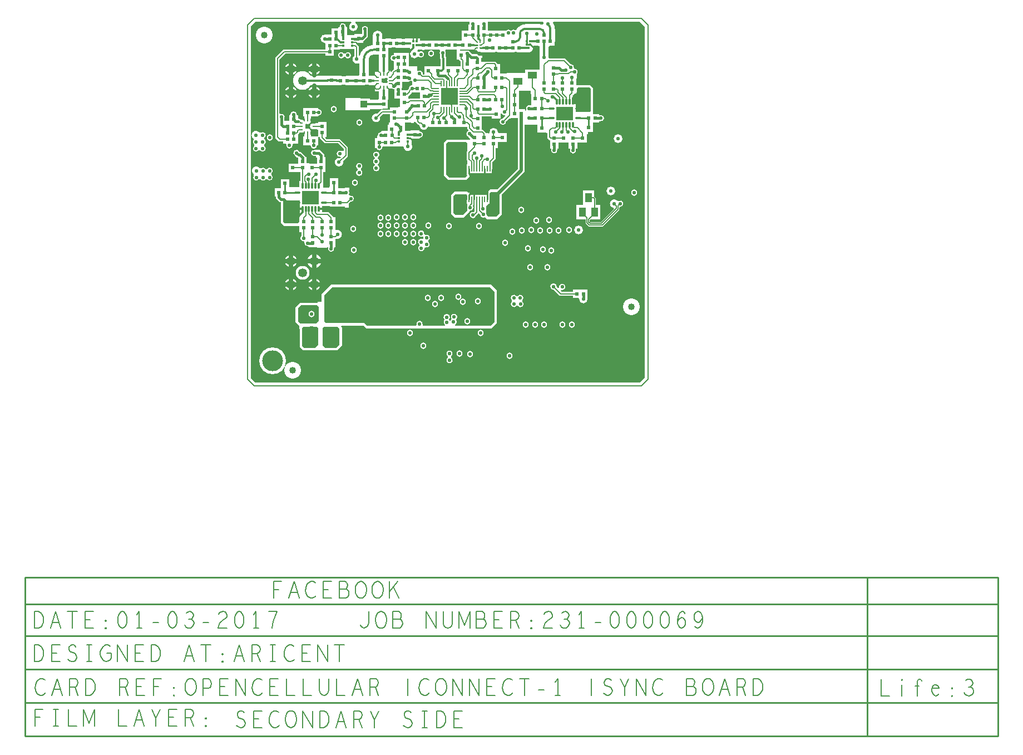
<source format=gbr>
G04 ================== begin FILE IDENTIFICATION RECORD ==================*
G04 Layout Name:  Fb_Connect1_SYNC_Life-3.brd*
G04 Film Name:    BOTTOM.gbr*
G04 File Format:  Gerber RS274X*
G04 File Origin:  Cadence Allegro 16.6-2015-S065*
G04 Origin Date:  Tue Jan 03 17:02:02 2017*
G04 *
G04 Layer:  VIA CLASS/BOTTOM*
G04 Layer:  PIN/BOTTOM*
G04 Layer:  ETCH/BOTTOM*
G04 Layer:  DRAWING FORMAT/L8*
G04 Layer:  DRAWING FORMAT/FILM_LABEL_OUTLINE*
G04 Layer:  BOARD GEOMETRY/OUTLINE*
G04 *
G04 Offset:    (0.000 0.000)*
G04 Mirror:    No*
G04 Mode:      Positive*
G04 Rotation:  0*
G04 FullContactRelief:  No*
G04 UndefLineWidth:     6.000*
G04 ================== end FILE IDENTIFICATION RECORD ====================*
%FSLAX25Y25*MOIN*%
%IR0*IPPOS*OFA0.00000B0.00000*MIA0B0*SFA1.00000B1.00000*%
%ADD36R,.033X.008*%
%ADD34R,.008X.033*%
%AMMACRO19*
4,1,22,-.005512,-.01122,
-.005428,-.012177,
-.00518,-.013105,
-.004774,-.013976,
-.004223,-.014763,
-.003543,-.015443,
-.002756,-.015994,
-.001886,-.0164,
-.000958,-.016649,
0.0,-.016732,
.000957,-.016649,
.001885,-.0164,
.002756,-.015994,
.003543,-.015443,
.004222,-.014764,
.004773,-.013977,
.005179,-.013106,
.005428,-.012178,
.005512,-.011221,
.005512,-.01122,
.005512,.016732,
-.005512,.016732,
-.005512,-.01122,
0.0*
%
%ADD19MACRO19*%
%AMMACRO17*
4,1,22,.01122,-.005512,
.012177,-.005428,
.013105,-.00518,
.013976,-.004774,
.014763,-.004223,
.015443,-.003543,
.015994,-.002756,
.0164,-.001886,
.016649,-.000958,
.016732,0.0,
.016649,.000957,
.0164,.001885,
.015994,.002756,
.015443,.003543,
.014764,.004222,
.013977,.004773,
.013106,.005179,
.012178,.005428,
.011221,.005512,
.01122,.005512,
-.016732,.005512,
-.016732,-.005512,
.01122,-.005512,
0.0*
%
%ADD17MACRO17*%
%ADD12C,.125*%
%ADD35R,.104X.104*%
%AMMACRO32*
4,1,44,-.014961,-.007087,
-.014961,.012992,
-.014931,.013334,
-.014842,.013665,
-.014697,.013976,
-.0145,.014258,
-.014258,.0145,
-.013977,.014697,
-.013666,.014842,
-.013334,.014931,
-.012992,.014961,
-.012992,.014961,
.012992,.014961,
.013334,.014931,
.013665,.014842,
.013976,.014697,
.014258,.0145,
.0145,.014258,
.014697,.013977,
.014842,.013666,
.014931,.013334,
.014961,.012992,
.014961,.012992,
.014961,-.012992,
.014931,-.013334,
.014842,-.013665,
.014697,-.013976,
.0145,-.014258,
.014258,-.0145,
.013977,-.014697,
.013666,-.014842,
.013334,-.014931,
.012992,-.014961,
.012992,-.014961,
-.007087,-.014961,
-.007207,-.013594,
-.007562,-.012268,
-.008142,-.011024,
-.008929,-.0099,
-.009899,-.008929,
-.011023,-.008142,
-.012267,-.007562,
-.013593,-.007207,
-.01496,-.007087,
-.014961,-.007087,
0.0*
%
%ADD32MACRO32*%
%ADD28C,.208661*%
%ADD41C,.314961*%
%ADD18R,.100394X.080709*%
%ADD37R,.009055X.036614*%
%AMMACRO20*
4,1,21,0.0,-.008661,
-.000684,-.008601,
-.001347,-.008424,
-.001968,-.008134,
-.002531,-.00774,
-.003016,-.007255,
-.00341,-.006693,
-.0037,-.006071,
-.003877,-.005408,
-.003937,-.004724,
-.003937,.008662,
.003937,.008662,
.003937,-.004724,
.003877,-.005408,
.0037,-.006071,
.00341,-.006692,
.003016,-.007255,
.002531,-.00774,
.001969,-.008134,
.001347,-.008424,
.000684,-.008601,
0.0,-.008661,
0.0*
%
%ADD20MACRO20*%
%AMMACRO21*
4,1,21,-.008661,0.0,
-.008601,.000684,
-.008424,.001347,
-.008134,.001968,
-.00774,.002531,
-.007255,.003016,
-.006693,.00341,
-.006071,.0037,
-.005408,.003877,
-.004724,.003937,
.008662,.003937,
.008662,-.003937,
-.004724,-.003937,
-.005408,-.003877,
-.006071,-.0037,
-.006692,-.00341,
-.007255,-.003016,
-.00774,-.002531,
-.008134,-.001969,
-.008424,-.001347,
-.008601,-.000684,
-.008661,0.0,
0.0*
%
%ADD21MACRO21*%
%ADD38R,.009843X.009843*%
%ADD11C,.04*%
%ADD10C,.022*%
%ADD25R,.059X.051*%
%AMMACRO26*
4,1,22,-.01122,.005512,
-.012177,.005428,
-.013105,.00518,
-.013976,.004774,
-.014763,.004223,
-.015443,.003543,
-.015994,.002756,
-.0164,.001886,
-.016649,.000958,
-.016732,0.0,
-.016649,-.000957,
-.0164,-.001885,
-.015994,-.002756,
-.015443,-.003543,
-.014764,-.004222,
-.013977,-.004773,
-.013106,-.005179,
-.012178,-.005428,
-.011221,-.005512,
-.01122,-.005512,
.016732,-.005512,
.016732,.005512,
-.01122,.005512,
0.0*
%
%ADD26MACRO26*%
%ADD39R,.055X.039*%
%AMMACRO16*
4,1,22,.005512,.01122,
.005428,.012177,
.00518,.013105,
.004774,.013976,
.004223,.014763,
.003543,.015443,
.002756,.015994,
.001886,.0164,
.000958,.016649,
0.0,.016732,
-.000957,.016649,
-.001885,.0164,
-.002756,.015994,
-.003543,.015443,
-.004222,.014764,
-.004773,.013977,
-.005179,.013106,
-.005428,.012178,
-.005512,.011221,
-.005512,.01122,
-.005512,-.016732,
.005512,-.016732,
.005512,.01122,
0.0*
%
%ADD16MACRO16*%
%ADD13C,.053*%
%ADD42R,.039X.055*%
%ADD31R,.02X.02*%
%ADD27R,.01811X.011811*%
%ADD14R,.021X.021*%
%ADD15R,.031X.031*%
%AMMACRO24*
4,1,44,.014961,.007087,
.014961,-.012992,
.014931,-.013334,
.014842,-.013665,
.014697,-.013976,
.0145,-.014258,
.014258,-.0145,
.013977,-.014697,
.013666,-.014842,
.013334,-.014931,
.012992,-.014961,
.012992,-.014961,
-.012992,-.014961,
-.013334,-.014931,
-.013665,-.014842,
-.013976,-.014697,
-.014258,-.0145,
-.0145,-.014258,
-.014697,-.013977,
-.014842,-.013666,
-.014931,-.013334,
-.014961,-.012992,
-.014961,-.012992,
-.014961,.012992,
-.014931,.013334,
-.014842,.013665,
-.014697,.013976,
-.0145,.014258,
-.014258,.0145,
-.013977,.014697,
-.013666,.014842,
-.013334,.014931,
-.012992,.014961,
-.012992,.014961,
.007087,.014961,
.007207,.013594,
.007562,.012268,
.008142,.011024,
.008929,.0099,
.009899,.008929,
.011023,.008142,
.012267,.007562,
.013593,.007207,
.01496,.007087,
.014961,.007087,
0.0*
%
%ADD24MACRO24*%
%ADD40R,.016732X.01378*%
%ADD33R,.01378X.016732*%
%AMMACRO23*
4,1,21,.008661,0.0,
.008601,-.000684,
.008424,-.001347,
.008134,-.001968,
.00774,-.002531,
.007255,-.003016,
.006693,-.00341,
.006071,-.0037,
.005408,-.003877,
.004724,-.003937,
-.008662,-.003937,
-.008662,.003937,
.004724,.003937,
.005408,.003877,
.006071,.0037,
.006693,.00341,
.007255,.003016,
.00774,.002531,
.008134,.001968,
.008424,.001347,
.008601,.000684,
.008661,0.0,
0.0*
%
%ADD23MACRO23*%
%AMMACRO22*
4,1,21,0.0,.008661,
.000684,.008601,
.001347,.008424,
.001969,.008134,
.002531,.00774,
.003016,.007255,
.00341,.006692,
.0037,.006071,
.003877,.005408,
.003937,.004724,
.003937,-.008662,
-.003937,-.008662,
-.003937,.004724,
-.003877,.005408,
-.0037,.006071,
-.00341,.006692,
-.003016,.007255,
-.002531,.00774,
-.001969,.008134,
-.001347,.008424,
-.000684,.008601,
0.0,.008661,
0.0*
%
%ADD22MACRO22*%
%ADD30R,.03937X.03937*%
%ADD29R,.086614X.041339*%
%ADD43C,.005*%
%ADD44C,.008*%
%ADD45C,.009*%
%ADD46C,.0055*%
%ADD47C,.01*%
%ADD48C,.02*%
%ADD49C,.012*%
%ADD50C,.014*%
%ADD51C,.015*%
%ADD52C,.025*%
%ADD53C,.006*%
%ADD58C,.100004*%
%ADD59C,.160004*%
%ADD55C,.052004*%
%ADD56C,.073004*%
%ADD57C,.083004*%
%ADD54C,.038004*%
G75*
%LPD*%
G75*
G36*
G01X80869Y209900D02*
G03X75269I-2800J0D01*
G01Y205009D01*
G03X75314Y204509I2800J0D01*
G02X74953Y204039I-394J-71D01*
G03X69587Y201552I710J-8565D01*
G01X69587Y201551D01*
G03X67429Y197895I6014J-6014D01*
G01X67410Y197831D01*
X67189Y197663D01*
X67070Y197745D01*
G03X66875Y197866I-1470J-2145D01*
G01Y203435D01*
X65272Y205038D01*
Y205503D01*
X69400D01*
Y206303D01*
X69655D01*
X72250Y208899D01*
Y212820D01*
X72264Y212894D01*
X72271Y212911D01*
X72273Y212916D01*
G03X68736Y212895I-1773J684D01*
G01X68750Y212859D01*
Y210604D01*
X64300D01*
Y209885D01*
X60800D01*
Y209900D01*
X59704D01*
Y214700D01*
X59521D01*
G02X59121Y215122I0J400D01*
G03X55477Y215973I-1897J102D01*
G01X55462Y215937D01*
X55403Y215879D01*
Y215770D01*
X55396Y215743D01*
G03X55326Y215122I1828J-519D01*
G02X54927Y214700I-399J-22D01*
G01X54603D01*
Y214200D01*
X50544D01*
Y210351D01*
X47027D01*
X46990Y210354D01*
X46980Y210356D01*
G03X46416Y205202I-480J-2555D01*
G02X46804Y204802I-13J-400D01*
G01Y201425D01*
X21622D01*
X16725Y196528D01*
Y148472D01*
X18920Y146277D01*
X21504D01*
Y145002D01*
X23094D01*
G02X23478Y144489I0J-400D01*
G03X27122I1822J-539D01*
G02X27506Y145002I384J113D01*
G01X30344D01*
Y150444D01*
X31275Y151375D01*
Y151539D01*
X33028D01*
G03X33767Y151690I0J1894D01*
G02X34323Y151321I156J-368D01*
G01Y149267D01*
X33597D01*
Y144167D01*
X37591D01*
G02X37990Y143790I0J-400D01*
G03X41784I1897J110D01*
G02X42184Y144167I399J-23D01*
G01X42438D01*
Y149182D01*
X43627D01*
Y148070D01*
X46472Y145225D01*
X54472D01*
X57725Y141972D01*
Y140700D01*
X56180D01*
X56106Y140714D01*
X56089Y140721D01*
G03X55764Y137085I-689J-1771D01*
G01X55869Y137105D01*
X56085Y136889D01*
X55652Y136456D01*
X55544Y136481D01*
G03X57481Y134544I-594J-2531D01*
G01X57456Y134653D01*
X60275Y137472D01*
Y143028D01*
X55528Y147775D01*
X47528D01*
X46805Y148499D01*
G02X47088Y149182I283J283D01*
G01X47452D01*
Y158022D01*
X42352D01*
Y157296D01*
X39406D01*
G03Y153508I0J-1894D01*
G01X42352D01*
Y149267D01*
X38111D01*
Y152213D01*
G03X35353Y153898I-1894J0D01*
G02X34797Y154111I-183J356D01*
G03X34646Y154418I-1769J-677D01*
G03Y156386I-1618J984D01*
G03X34797Y156693I-1618J984D01*
G02X35353Y156906I374J-143D01*
G03X38111Y158591I864J1685D01*
G01Y161233D01*
X42438D01*
Y161486D01*
G02X42817Y161885I400J0D01*
G03Y165680I-99J1898D01*
G02X42438Y166080I21J399D01*
G01Y166333D01*
X33597D01*
Y161233D01*
X34323D01*
Y159482D01*
G02X33767Y159114I-400J0D01*
G03X33028Y159264I-739J-1744D01*
G01X32170D01*
X31971Y159462D01*
X31961Y159477D01*
G03X30542Y160221I-1433J-1006D01*
G02X30344Y160421I2J200D01*
G01Y162172D01*
X30023D01*
G02X29623Y162560I0J400D01*
G03X25824I-1899J-60D01*
G02X25425Y162172I-400J13D01*
G01X25244D01*
Y158700D01*
X22250D01*
Y160220D01*
X22264Y160294D01*
X22271Y160311D01*
X22271Y160312D01*
X22273Y160316D01*
G03X19819Y162774I-1773J684D01*
G02X19275Y163147I-143J373D01*
G01Y195472D01*
X22678Y198875D01*
X46804D01*
Y197600D01*
X51904D01*
Y201300D01*
X55644D01*
Y201767D01*
X59800D01*
Y201700D01*
X61500D01*
Y201767D01*
X64325D01*
Y197866D01*
G03X66550Y193179I1275J-2266D01*
G02X67096Y192807I146J-372D01*
G01Y186528D01*
G03X67126Y186116I2800J0D01*
G02X66730Y185658I-396J-59D01*
G01X59666D01*
G03X58546Y185424I0J-2800D01*
G01X58508Y185408D01*
X57084D01*
X57045Y185424D01*
G03X55926Y185658I-1119J-2567D01*
G01X54736D01*
X54637Y185756D01*
X46991D01*
X46893Y185658D01*
X37976D01*
G03Y180057I-4907J-2800D01*
G01X49212D01*
X49311Y180156D01*
X52317D01*
X52416Y180057D01*
X55926D01*
G03X57045Y180291I0J2800D01*
G01X57084Y180307D01*
X58508D01*
X58546Y180291D01*
G03X59666Y180057I1119J2567D01*
G01X69826D01*
G03X70781Y180225I0J2800D01*
G01X70814Y180237D01*
X72543D01*
X72611Y180225D01*
X72627Y180220D01*
G03X73566Y180057I939J2638D01*
G01X75812D01*
G03X76090Y180071I0J2800D01*
G02X76530Y179673I40J-398D01*
G01Y177390D01*
X76520D01*
Y176440D01*
X78939D01*
Y172339D01*
G03X78969Y171927I2800J0D01*
G02X78574Y171469I-396J-59D01*
G01X73437D01*
Y172137D01*
X67922D01*
Y172370D01*
X58945D01*
Y164968D01*
X67922D01*
Y165200D01*
X73437D01*
Y165868D01*
X81094D01*
X81137Y165864D01*
X81147Y165861D01*
G03X82859Y166032I592J2737D01*
G01X82897Y166048D01*
X84289D01*
Y167441D01*
X84306Y167479D01*
G03Y169718I-2567J1119D01*
G01X84289Y169756D01*
Y171181D01*
X84306Y171219D01*
G03X84539Y172338I-2567J1119D01*
G01Y176930D01*
G03X84537Y177051I-2800J1D01*
G01X84537Y177056D01*
Y177260D01*
X85130D01*
Y178140D01*
X86473D01*
G03X87824Y177600I1327J1360D01*
G01X87827D01*
X88030Y177602D01*
Y177100D01*
X88000D01*
Y172100D01*
X91527D01*
Y166870D01*
X90490D01*
Y166665D01*
X85500D01*
Y165390D01*
X80273D01*
X77846Y162962D01*
X77738Y162988D01*
G03X79675Y161051I-594J-2531D01*
G01X79649Y161159D01*
X81330Y162839D01*
X85500D01*
Y157820D01*
X84920D01*
Y156400D01*
X84088D01*
Y152650D01*
X80380D01*
Y152395D01*
G02X80007Y151996I-400J0D01*
G03X78242Y149951I129J-1896D01*
G02X77880Y149522I-399J-31D01*
G01Y148400D01*
X76588D01*
Y143300D01*
X76650D01*
Y142260D01*
X77318D01*
G03X80967Y142917I1750J740D01*
G02X81366Y143300I400J-17D01*
G01X89189D01*
Y143400D01*
X93633D01*
X93635Y143202D01*
G03X98655Y144187I2600J33D01*
G01X98641Y144223D01*
Y147982D01*
X103069D01*
Y148164D01*
G02X103454Y148564I400J0D01*
G03Y152361I-72J1899D01*
G02X103069Y152761I15J400D01*
G01Y153083D01*
X97968D01*
Y152553D01*
X94488D01*
Y157100D01*
X94500D01*
Y157824D01*
X98170D01*
Y157490D01*
X99720D01*
Y158150D01*
X100955D01*
Y157842D01*
X102572Y156224D01*
X102800D01*
G02X103200Y155824I0J-400D01*
G03X108307Y155130I2600J-4D01*
G01X108347Y155277D01*
X108900D01*
Y155183D01*
X126600D01*
Y155200D01*
X127400D01*
Y155183D01*
X131825D01*
Y153872D01*
X132456Y153241D01*
G02X132351Y152600I-283J-283D01*
G03X132451Y149153I849J-1700D01*
G01X132487Y149138D01*
X133480Y148144D01*
Y147300D01*
X132022D01*
X131921Y147400D01*
X119579D01*
X117800Y145621D01*
Y126079D01*
X120579Y123300D01*
X131121D01*
X133200Y125379D01*
Y127353D01*
X141600D01*
Y127300D01*
X143100D01*
Y127353D01*
X146652D01*
Y129729D01*
X146655Y129762D01*
X146656Y129770D01*
G03X146674Y129984I-1257J214D01*
G01Y133677D01*
X148906Y135909D01*
Y142380D01*
X150181D01*
Y146120D01*
X155481D01*
Y151220D01*
X150615D01*
G02X150217Y151662I0J400D01*
G03X145075Y151450I-2586J269D01*
G01X145077Y151441D01*
X145079Y151419D01*
G02X144880Y151200I-199J-19D01*
G01X144381D01*
Y151220D01*
X143106D01*
Y151472D01*
X141327Y153250D01*
X140649D01*
Y161426D01*
X146600D01*
Y160151D01*
X151700D01*
Y162703D01*
G02X152431Y162929I400J0D01*
G03X154201Y162110I1569J1071D01*
G02X154526Y161430I42J-398D01*
G01X153196Y160100D01*
X153113Y160100D01*
G03X155000Y158213I-13J-1900D01*
G01X155000Y158296D01*
X156693Y159990D01*
X157720D01*
Y160450D01*
X162057D01*
Y129786D01*
X149872Y117600D01*
X145479D01*
X143400Y115521D01*
Y114229D01*
X136272D01*
Y111854D01*
X136269Y111820D01*
X136268Y111812D01*
G03X136250Y111599I1257J-214D01*
G01Y104553D01*
X135802Y104106D01*
X135691Y104136D01*
G03X137003Y101699I-491J-1836D01*
G01X138800Y103497D01*
X139600Y102696D01*
X139600Y102613D01*
G03X142430Y100943I1900J-13D01*
G01X142562Y101017D01*
X143779Y99800D01*
X149621D01*
X152600Y102779D01*
Y114672D01*
X166057Y128129D01*
Y156400D01*
X173788D01*
Y151697D01*
X179150D01*
Y151280D01*
X179895D01*
Y148364D01*
X181164Y147095D01*
X181418D01*
Y142080D01*
X182218D01*
Y141768D01*
X182204Y141694D01*
X182198Y141677D01*
X182197Y141677D01*
X182196Y141673D01*
G03X185733Y141694I1773J-684D01*
G01X185719Y141730D01*
Y142080D01*
X186519D01*
Y145820D01*
X191800D01*
Y145800D01*
X192640D01*
Y142080D01*
X193440D01*
Y141768D01*
X193425Y141694D01*
X193419Y141677D01*
X193417Y141673D01*
G03X196954Y141694I1773J-684D01*
G01X196940Y141730D01*
Y142080D01*
X197740D01*
Y145800D01*
X198700D01*
Y145820D01*
X203519D01*
Y150790D01*
X204000D01*
Y152150D01*
X207149D01*
Y156900D01*
X207200D01*
Y157697D01*
X210889D01*
Y158497D01*
X211201D01*
X211274Y158483D01*
X211291Y158476D01*
X211292Y158476D01*
X211296Y158474D01*
G03X211275Y162012I684J1773D01*
G01X211239Y161997D01*
X210889D01*
Y162797D01*
X207300D01*
Y163978D01*
X207300Y163979D01*
Y178521D01*
X205621Y180200D01*
X197479D01*
X197360Y180082D01*
G02X197019Y180223I-141J141D01*
G01Y183900D01*
X197500D01*
Y186715D01*
G03X196105Y189900I-1400J1285D01*
G02X195714Y190378I1J400D01*
G03X193837Y192650I-1864J372D01*
G01X193754Y192650D01*
X190428Y195975D01*
X181021D01*
G02X180622Y196407I0J400D01*
G03X180631Y196630I-2791J223D01*
G01Y203141D01*
G02X181098Y203535I400J0D01*
G03X182690Y203729I473J2760D01*
G01X182729Y203745D01*
X184121D01*
Y205138D01*
X184138Y205176D01*
G03X184371Y206295I-2567J1119D01*
G01Y213391D01*
G03X183215Y217386I-7481J0D01*
G02X183553Y218000I338J214D01*
G01X235171D01*
X238000Y215171D01*
Y4829D01*
X235171Y2000D01*
X4829D01*
X2000Y4829D01*
Y215171D01*
X4829Y218000D01*
X62053D01*
G02X62252Y217253I0J-400D01*
G03X64848I1298J-2253D01*
G02X65048Y218000I200J347D01*
G01X133020D01*
Y216420D01*
X132615D01*
Y212750D01*
X128385D01*
Y207650D01*
X128390D01*
Y206804D01*
X124566D01*
G03X123446Y206570I0J-2800D01*
G01X123408Y206553D01*
X121984D01*
X121945Y206570D01*
G03X120826Y206804I-1119J-2567D01*
G01X113066D01*
G03X111946Y206570I0J-2800D01*
G01X111908Y206553D01*
X110484D01*
X110445Y206570D01*
G03X109326Y206804I-1119J-2567D01*
G01X103420D01*
Y208150D01*
X97680D01*
Y207935D01*
X94820D01*
X94783Y207899D01*
X94606D01*
X94536Y207969D01*
X89566D01*
G03X88446Y207735I0J-2800D01*
G01X88408Y207719D01*
X86984D01*
X86945Y207735D01*
G03X85826Y207969I-1119J-2567D01*
G01X81739D01*
G03X81328Y207938I0J-2800D01*
G02X80869Y208334I-59J396D01*
G01Y209900D01*
G37*
G36*
G01X72660Y186080D02*
G03X72696Y186528I-2764J447D01*
G01Y195538D01*
G02X73547Y197591I2904J0D01*
G01X73547Y197592D01*
G02X75664Y198468I2117J-2117D01*
G01X78069D01*
G03X78516Y198504I0J2800D01*
G02X78975Y198046I64J-395D01*
G03X78939Y197598I2764J-447D01*
G01Y188339D01*
Y188130D01*
X76650D01*
Y186028D01*
G02X76195Y185631I-400J0D01*
G03X75812Y185658I-384J-2774D01*
G01X73566D01*
G03X73119Y185622I0J-2800D01*
G02X72660Y186080I-64J395D01*
G37*
G36*
G01X80453Y182076D02*
G03Y183639I-2375J782D01*
G02X80958Y184144I380J125D01*
G03X83229Y184511I781J2375D01*
G02X83834Y184349I238J-321D01*
G03X84083Y183983I1095J477D01*
G02Y183701I-142J-141D01*
G03Y182014I845J-843D01*
G02Y181732I-142J-141D01*
G03X83834Y181366I845J-843D01*
G02X83229Y181204I-367J160D01*
G03X80958Y181571I-1489J-2008D01*
G02X80453Y182076I-125J380D01*
G37*
G36*
G01X105508Y186496D02*
X105200Y186804D01*
X105200Y186887D01*
G03X102309Y188521I-1900J13D01*
G02X101700Y188862I-209J341D01*
G01Y191400D01*
X100600D01*
Y191500D01*
X96724D01*
Y199332D01*
X87884D01*
Y198400D01*
G02X87685Y198200I-200J0D01*
G03Y194400I15J-1900D01*
G02X87884Y194200I-2J-200D01*
G01Y189687D01*
X86287Y188090D01*
X85700D01*
Y188670D01*
X84539D01*
Y197598D01*
G03X84372Y198554I-2800J0D01*
G01X84360Y198586D01*
Y200350D01*
X84372Y200384D01*
G03X84539Y201339I-2632J955D01*
G01Y202368D01*
X85826D01*
G03X86945Y202602I0J2800D01*
G01X86983Y202618D01*
X88409D01*
X88447Y202602D01*
G03X89566Y202368I1119J2567D01*
G01X92823D01*
X92844Y202364D01*
G03X93446Y202298I602J2735D01*
G01X97103D01*
X97140Y202335D01*
X97500D01*
Y201560D01*
X98383D01*
G02X98612Y200832I0J-400D01*
G03X102134Y197081I1489J-2132D01*
G02X102723Y197122I313J-249D01*
G03X102869Y200004I1308J1378D01*
G02X102288Y200104I-244J317D01*
G03X101954Y200523I-2188J-1404D01*
G02X102240Y201203I285J280D01*
G01X104823D01*
X104844Y201198D01*
G03X106048I602J2735D01*
G01X106069Y201203D01*
X109326D01*
G03X110445Y201436I0J2800D01*
G01X110483Y201453D01*
X111909D01*
X111947Y201436D01*
G03X113066Y201203I1119J2567D01*
G01X115277D01*
G02X115594Y200559I0J-400D01*
G03X115500Y198375I1506J-1159D01*
G01Y195887D01*
X115982Y195406D01*
Y191370D01*
X111600D01*
Y191300D01*
X111100D01*
Y191370D01*
X106000D01*
Y186496D01*
X105508D01*
G37*
G36*
G01X96628Y171914D02*
Y172100D01*
X96500D01*
Y173322D01*
X98575Y175397D01*
Y175630D01*
X99580D01*
Y175700D01*
X103531D01*
Y171875D01*
X97072D01*
X96969Y171773D01*
G02X96628Y171914I-141J141D01*
G37*
G36*
G01X98800Y182201D02*
Y180298D01*
G02X98610Y180098I-200J0D01*
G03X96800Y178187I90J-1898D01*
G01X96800Y178104D01*
X96025Y177328D01*
Y177100D01*
X92400D01*
Y177300D01*
G03X92326Y177828I-1900J0D01*
G02X92710Y178339I384J111D01*
G01X92984D01*
Y182168D01*
X96724D01*
Y182320D01*
G03X98090Y182644I276J1880D01*
G02X98699Y182444I230J-328D01*
G03X98800Y182201I1801J606D01*
G37*
G36*
G01X131351Y126503D02*
X131700Y126153D01*
Y126000D01*
X130500Y124800D01*
X121200D01*
X119300Y126700D01*
Y145000D01*
X120200Y145900D01*
X131300D01*
X131700Y145500D01*
Y140403D01*
X131625Y140328D01*
Y135153D01*
X131700Y135078D01*
Y132615D01*
X131548D01*
Y130714D01*
G03X131351Y129984I1253J-730D01*
G01Y126503D01*
G37*
G36*
G01X116350Y168650D02*
Y177950D01*
X125650D01*
Y168650D01*
X116350D01*
G37*
G36*
G01X119182Y191370D02*
Y196731D01*
X118700Y197213D01*
Y198375D01*
G03X118606Y200559I-1600J1025D01*
G02X118923Y201203I317J244D01*
G01X120826D01*
G03X121945Y201436I0J2800D01*
G01X121983Y201453D01*
X123409D01*
X123447Y201436D01*
G03X124566Y201203I1119J2567D01*
G01X125510D01*
Y200130D01*
X125553D01*
Y195500D01*
X126828D01*
Y195243D01*
X127725Y194347D01*
Y191370D01*
X119182D01*
G37*
G36*
G01X175030Y203200D02*
Y196631D01*
G03X175095Y196032I2800J0D01*
G01X175100Y196010D01*
Y189450D01*
X166564D01*
Y187400D01*
X155400D01*
Y186950D01*
X151400D01*
Y187500D01*
X151410D01*
Y192600D01*
X150103D01*
X148528Y194175D01*
X142970D01*
Y194190D01*
X140300D01*
Y196360D01*
X140700D01*
Y197770D01*
X138890D01*
Y197734D01*
X138643Y197632D01*
X137725Y198550D01*
X134775D01*
X133712Y199614D01*
X133696Y199649D01*
G03X131101Y200600I-1746J-749D01*
G01X127360D01*
Y201203D01*
X129285D01*
G03X130404Y201436I0J2800D01*
G01X130442Y201453D01*
X131868D01*
X131906Y201436D01*
G03X133025Y201203I1119J2567D01*
G01X135790D01*
Y200930D01*
X137376D01*
G03X139440Y199878I2063J1499D01*
G01X139914D01*
X139952Y199862D01*
G03X141072Y199628I1119J2567D01*
G01X144542D01*
X144612Y199698D01*
X146703D01*
X146724Y199694D01*
G03X148445Y199862I602J2735D01*
G01X148483Y199878D01*
X149909D01*
X149947Y199862D01*
G03X151066Y199628I1119J2567D01*
G01X156036D01*
X156106Y199698D01*
X158453D01*
X158474Y199694D01*
G03X160195Y199862I602J2735D01*
G01X160233Y199878D01*
X161659D01*
X161697Y199862D01*
G03X162816Y199628I1119J2567D01*
G01X168529D01*
G03X171254Y203073I0J2800D01*
G02X171643Y203565I389J92D01*
G01X174161D01*
G03X174572Y203596I0J2800D01*
G02X175030Y203200I59J-396D01*
G37*
G36*
G01X138341Y206870D02*
X137691Y207520D01*
X137715Y207580D01*
Y216140D01*
X139196D01*
Y207580D01*
X139900D01*
Y206990D01*
X138760D01*
Y206870D01*
X138341D01*
G37*
G36*
G01X144400Y101300D02*
X143382Y102318D01*
X143391Y102413D01*
G03X143200Y103449I-1891J187D01*
G01Y106174D01*
G03Y106226I-1900J26D01*
G01Y107800D01*
X144368Y108968D01*
X145077D01*
Y110868D01*
G03X145275Y111598I-1253J730D01*
G01Y115275D01*
X146100Y116100D01*
X150300D01*
X151100Y115300D01*
Y103400D01*
X149000Y101300D01*
X144400D01*
G37*
G36*
G01X166968Y216600D02*
G03X162311Y214671I0J-6585D01*
G01X161930Y214290D01*
G03X161141Y213194I2970J-2970D01*
G02X160577Y213030I-358J179D01*
G03X158320Y212804I-977J-1630D01*
G02X157780I-269J296D01*
G03X155096Y212680I-1280J-1404D01*
G01X144296D01*
Y216420D01*
X144140D01*
Y218000D01*
X177129D01*
G02X177513Y217487I0J-400D01*
G03X177400Y216701I2687J-787D01*
G02X176876Y216321I-400J0D01*
G03X175122Y216600I-1753J-5364D01*
G01X166968D01*
G37*
G36*
G01X166607Y164803D02*
Y165550D01*
X162867D01*
Y176800D01*
X169720D01*
Y174550D01*
X170048D01*
Y170000D01*
X170000D01*
Y167903D01*
X169698D01*
X169662Y167917D01*
G03X167199Y165433I-705J-1764D01*
G02X167042Y164943I-370J-152D01*
G03X166957Y164870I214J-338D01*
G01X166897Y164803D01*
X166607D01*
G37*
G36*
G01X194611Y159499D02*
G03X194206Y159331I579J-1968D01*
G03X192237I-984J-1800D01*
G03X190268I-984J-1800D01*
G03X188300I-984J-1800D01*
G03X186331I-984J-1800D01*
G03X185926Y159499I-985J-1800D01*
G02X185644Y159942I113J384D01*
G03X185270Y161459I-2029J305D01*
G01Y164941D01*
G03X185643Y166460I-1655J1212D01*
G02X186039Y166920I395J60D01*
G01X186676D01*
X186705Y166911D01*
G03X188300Y167069I611J1958D01*
G03X190268I984J1800D01*
G03X192237I984J1800D01*
G03X193890Y166930I984J1800D01*
G01X194008Y166970D01*
X194179Y166800D01*
X194900D01*
Y166498D01*
X194897Y166482D01*
G03Y165824I2025J-329D01*
G01X194900Y165808D01*
Y163879D01*
X195250Y163528D01*
Y161436D01*
G03X194894Y159942I1672J-1188D01*
G02X194611Y159499I-396J-59D01*
G37*
G36*
G01X196480Y175080D02*
X197019D01*
Y175619D01*
X197500Y176100D01*
Y178100D01*
X198100Y178700D01*
X205000D01*
X205800Y177900D01*
Y168703D01*
X205788D01*
Y164588D01*
X205300Y164100D01*
X196800D01*
X196788Y164112D01*
Y168736D01*
X195273D01*
Y173165D01*
X195048D01*
G02X194906Y173506I0J200D01*
G01X196480Y175080D01*
G37*
%LPC*%
G75*
G36*
G01X52033Y82805D02*
G02X48504I-1765J-705D01*
G01X48518Y82841D01*
Y83080D01*
X47800D01*
Y82780D01*
X45640D01*
Y82800D01*
X41870D01*
Y83080D01*
X36718D01*
Y83253D01*
G03X36263Y83650I-400J0D01*
G02X34182Y86084I-263J1882D01*
G03X33794Y86600I-383J116D01*
G02X32493Y89909I-25J1900D01*
G01Y92080D01*
X31218D01*
Y95714D01*
G03X30877Y95855I-200J0D01*
G01X30821Y95800D01*
X21979D01*
X20000Y97779D01*
Y109950D01*
X19475D01*
X17148Y112277D01*
Y113203D01*
X16348D01*
Y118303D01*
X20000D01*
Y118800D01*
X20088D01*
Y123850D01*
X25189D01*
Y119000D01*
X30996D01*
Y122765D01*
X31772D01*
Y128080D01*
X30497D01*
Y128100D01*
X29819D01*
Y128080D01*
X24718D01*
Y133180D01*
X29700D01*
Y133200D01*
X30497D01*
Y136550D01*
X29975D01*
X28786Y137738D01*
X28751Y137754D01*
G02X31246Y140249I749J1746D01*
G01X31262Y140214D01*
X31425Y140050D01*
X32272D01*
X34797Y137525D01*
Y136920D01*
X35597D01*
Y133400D01*
X37300D01*
Y133180D01*
X41718D01*
Y136720D01*
X41290D01*
Y137750D01*
X40741D01*
X40705Y137736D01*
G02Y141264I-705J1764D01*
G01X40741Y141250D01*
X43575D01*
X46019Y138806D01*
Y136920D01*
X46819D01*
Y128080D01*
X45544D01*
Y121564D01*
X45500Y121520D01*
Y118600D01*
X49300D01*
Y119400D01*
X49348D01*
Y124303D01*
X54449D01*
Y119800D01*
X54500D01*
Y118303D01*
X58360D01*
Y118760D01*
X61050D01*
Y117170D01*
X60900D01*
Y116779D01*
X60929Y116732D01*
G02Y114774I-1629J-979D01*
G01X60900Y114726D01*
Y114315D01*
G03X61423Y113934I400J0D01*
G02X61992Y110225I582J-1809D01*
G01X61909Y110225D01*
X60846Y109163D01*
G03X60990Y108505I283J-283D01*
G01Y106860D01*
X58380D01*
Y107297D01*
X49348D01*
Y107800D01*
X48918D01*
Y107796D01*
X44680D01*
Y103975D01*
X48740D01*
X51544Y101172D01*
Y100920D01*
X52819D01*
Y93568D01*
G03X53336Y93186I400J0D01*
G02X53506Y88169I764J-2485D01*
G01X53397Y88194D01*
X53298Y88095D01*
X52819D01*
Y83080D01*
X52019D01*
Y82841D01*
X52033Y82805D01*
G37*
G36*
G01X58671Y198879D02*
G02X58624Y197004I1629J-979D01*
G03X57929Y197021I-353J-189D01*
G02X57976Y198896I-1629J979D01*
G03X58671Y198879I353J189D01*
G37*
G36*
G01X6852Y141161D02*
G02X4261Y143752I-1652J939D01*
G03Y144448I-198J348D01*
G02X3786Y147369I939J1652D01*
G03X3716Y147965I-298J267D01*
G02X7335Y151584I1484J2135D01*
G03X7931Y151514I328J228D01*
G02X10139Y148448I1269J-1414D01*
G03Y147752I198J-348D01*
G02Y144448I-939J-1652D01*
G03Y143752I198J-348D01*
G02X7548Y141161I-939J-1652D01*
G03X6852I-348J-198D01*
G37*
G36*
G01X78239Y132052D02*
G02X76361I-939J-1652D01*
G03Y132748I-198J348D01*
G02Y136052I939J1652D01*
G03Y136748I-198J348D01*
G02X78239I939J1652D01*
G03Y136052I198J-348D01*
G02Y132748I-939J-1652D01*
G03Y132052I198J-348D01*
G37*
G36*
G01X68039Y129252D02*
G02X66161I-939J-1652D01*
G03Y129948I-198J348D01*
G02X68039I939J1652D01*
G03Y129252I198J-348D01*
G37*
G36*
G01X7052Y123861D02*
G02X3986Y126069I-1652J939D01*
G03X3916Y126665I-298J267D01*
G02X7535Y130284I1484J2135D01*
G03X8131Y130214I328J228D01*
G02X11052Y129739I1269J-1414D01*
G03X11748I348J198D01*
G02X14339Y127148I1652J-939D01*
G03Y126452I198J-348D01*
G02X11748Y123861I-939J-1652D01*
G03X11052I-348J-198D01*
G02X7748I-1652J939D01*
G03X7052I-348J-198D01*
G37*
G36*
G01X106200Y82536D02*
G02X103116Y83986I-1900J-36D01*
G03X103094Y84628I-249J313D01*
G02X105063Y87871I1082J1562D01*
G03X105641Y88307I187J354D01*
G02X105637Y89074I1859J393D01*
G03X105059Y89507I-392J79D01*
G02X106040Y90816I-882J1683D01*
G03X106618Y90383I392J-79D01*
G02X108396Y87024I882J-1683D01*
G03X108379Y86329I189J-353D01*
G02X106739Y82918I-979J-1629D01*
G03X106200Y82536I-139J-375D01*
G37*
G36*
G01X203920Y52478D02*
X203924Y52459D01*
G02X198781Y52213I-2554J-489D01*
G03X198383Y52650I-398J37D01*
G01X195080D01*
Y53925D01*
X187272D01*
X183596Y57600D01*
X183513Y57600D01*
G02X185400Y59487I-13J1900D01*
G01X185400Y59404D01*
X186145Y58658D01*
G03X186823Y59004I283J283D01*
G02X188404Y57423I1877J296D01*
G03X188058Y56745I-62J-395D01*
G01X188328Y56475D01*
X195080D01*
Y57750D01*
X203920D01*
Y52478D01*
G37*
G36*
G01X161379Y47992D02*
G02X158612Y50507I-1611J1008D01*
G03X158600Y51151I-244J317D01*
G02X161311Y53708I1100J1549D01*
G03X161989I339J212D01*
G02X164757Y51193I1611J-1008D01*
G03X164769Y50549I244J-317D01*
G02X162058Y47992I-1100J-1549D01*
G03X161379I-339J-212D01*
G37*
G36*
G01X122163Y17014D02*
G02X120190I-987J-1624D01*
G03Y17697I-208J342D01*
G02X122163I987J1624D01*
G03Y17014I208J-342D01*
G37*
G36*
G01X149600Y37679D02*
X146421Y34500D01*
X71279D01*
X69679Y36100D01*
X56508D01*
G03X56225Y35417I0J-400D01*
G01X56730Y34911D01*
Y24099D01*
X53981Y21350D01*
X46510D01*
Y21290D01*
X41242D01*
X41201Y21250D01*
X33349D01*
X31330Y23269D01*
Y33880D01*
X31170D01*
Y35998D01*
X28990Y38179D01*
Y47071D01*
X31669Y49750D01*
X42220D01*
Y50240D01*
X44600D01*
Y54921D01*
X50279Y60600D01*
X146021D01*
X149600Y57021D01*
Y37679D01*
G37*
G36*
G01X212981Y95520D02*
X204469D01*
X202710Y97279D01*
Y99850D01*
X197250D01*
Y108350D01*
X201000D01*
Y117050D01*
X207900D01*
Y113336D01*
X208950Y112286D01*
Y108350D01*
X211650D01*
Y99850D01*
X205811D01*
X205320Y99359D01*
Y98341D01*
X205641Y98020D01*
X211945D01*
X219772Y105847D01*
G03X219545Y106526I-283J283D01*
G02X221992Y110660I367J2574D01*
G03X222272Y110620I160J120D01*
G02X223374Y107200I1140J-1520D01*
G03X222966Y106800I-8J-400D01*
G01Y105505D01*
X212981Y95520D01*
G37*
G36*
G01X124079Y100800D02*
X122000Y102879D01*
Y114221D01*
X124079Y116300D01*
X131821D01*
X132322Y115800D01*
X133300D01*
Y115100D01*
X133200D01*
Y114229D01*
X135629D01*
Y109400D01*
X135670D01*
Y108410D01*
X135478D01*
X135021Y107953D01*
G02X133592Y104850I-1471J-1203D01*
G03X133200Y104450I9J-400D01*
G01Y104279D01*
X129721Y100800D01*
X124079D01*
G37*
G54D58*
X230000Y47400D03*
X10000Y210000D03*
X27300Y9300D03*
G54D59*
X15000Y15000D03*
G54D55*
X222200Y147900D03*
X217772Y116800D03*
X198331Y93300D03*
G54D56*
X40076Y189865D03*
Y175850D03*
Y60535D03*
X26061Y189865D03*
Y175850D03*
Y74550D03*
Y60535D03*
G54D57*
X40076Y74550D03*
X33068Y67542D03*
G54D54*
X231811Y115689D03*
X194468Y36700D03*
X180978Y99222D03*
X192731Y93300D03*
X181031Y93000D03*
X186531D03*
X179689Y70911D03*
X182248Y81052D03*
X177968Y36700D03*
X188968D03*
X164031Y105506D03*
X170031Y93300D03*
X164431Y93000D03*
X175531D03*
X173300Y99124D03*
X169453Y70947D03*
X177130Y81600D03*
X168100Y82450D03*
X166968Y36700D03*
X172468D03*
X154532Y85732D03*
X158931Y92500D03*
X157158Y18090D03*
X138831Y95818D03*
X133377Y18990D03*
X139911Y31624D03*
X127177Y19321D03*
X120831Y95818D03*
X99477Y100890D03*
X94477D03*
X108418Y96182D03*
X99577Y86190D03*
X94477Y96190D03*
X99477D03*
X94477Y91190D03*
X99477D03*
X94377Y86190D03*
X105434Y23965D03*
X97600Y31700D03*
X84477Y100590D03*
X89477Y100890D03*
X79977Y100590D03*
X84477Y95890D03*
X89477Y96190D03*
Y91190D03*
X79977D03*
X84477D03*
X79977Y95890D03*
X67200Y157800D03*
X64400Y121600D03*
X63400Y93950D03*
X63700Y81500D03*
X51770Y165630D03*
X13500Y148600D03*
X110300Y198900D03*
%LPD*%
G75*
G36*
G01X31000Y98100D02*
X30200Y97300D01*
X22600D01*
X21500Y98400D01*
Y110500D01*
X21900Y110900D01*
X31449D01*
Y107264D01*
X31500D01*
Y101300D01*
X31000Y100800D01*
Y98100D01*
G37*
G36*
G01X41600Y35500D02*
X42350Y34750D01*
Y24520D01*
X40580Y22750D01*
X33970D01*
X32830Y23890D01*
Y34830D01*
X33500Y35500D01*
X41600D01*
G37*
G36*
G01X42950Y38990D02*
X41360Y37400D01*
X31890D01*
X30490Y38800D01*
Y46450D01*
X32290Y48250D01*
X41690D01*
X42950Y46990D01*
Y38990D01*
G37*
G36*
G01X41906Y116669D02*
G03X42311Y116501I985J1800D01*
G02X42594Y116058I-113J-384D01*
G03X42810Y114791I2029J-305D01*
G01Y110809D01*
G03X42595Y109532I1812J-962D01*
G02X42200Y109070I-395J-62D01*
G01X41591D01*
X41561Y109080D01*
G03X39937Y108931I-639J-1949D01*
G03X37968I-984J-1800D01*
G03X36000I-984J-1800D01*
G03X34192Y109010I-984J-1800D01*
G01X34067Y108955D01*
X33921Y109100D01*
X33622D01*
X33596Y109108D01*
G03X33466Y109139I-549J-1977D01*
G02X33312Y109380I41J196D01*
G03X33306Y110341I-1998J467D01*
G01X33300Y110364D01*
Y111221D01*
X33002Y111520D01*
X33010D01*
Y114597D01*
G03X33344Y116058I-1695J1155D01*
G02X33626Y116501I396J59D01*
G03X34031Y116669I-579J1968D01*
G03X36000I984J1800D01*
G03X37968I984J1800D01*
G03X39937I984J1800D01*
G03X41906I984J1800D01*
G37*
G36*
G01X45270Y34570D02*
X45990Y35290D01*
X54230D01*
X55230Y34290D01*
Y24720D01*
X53360Y22850D01*
X46660D01*
X45270Y24240D01*
Y34570D01*
G37*
G36*
G01X124668Y36728D02*
G03X125343Y39057I-1068J1572D01*
G03X125152Y39396I-1743J-757D01*
G02X125204Y39918I327J231D01*
G03X122348Y40204I-1304J1382D01*
G02X122296Y39682I-327J-231D01*
G03X121886Y39119I1304J-1382D01*
G02X121172Y39102I-361J172D01*
G03X120941Y39439I-1673J-902D01*
G02Y39961I303J261D01*
G03X118059I-1441J1239D01*
G02Y39439I-303J-261D01*
G03X118317Y36713I1441J-1239D01*
G02X118068Y36000I-249J-313D01*
G01X105431D01*
G02X105055Y36536I0J400D01*
G03X101482I-1787J647D01*
G02X101106Y36000I-376J-136D01*
G01X71900D01*
X70300Y37600D01*
X47000D01*
X46100Y38500D01*
Y54300D01*
X50900Y59100D01*
X145400D01*
X148100Y56400D01*
Y38300D01*
X145800Y36000D01*
X124896D01*
G02X124668Y36728I0J400D01*
G37*
G36*
G01X131351Y111598D02*
G03X131548Y110868I1450J0D01*
G01Y108968D01*
X131700D01*
Y107185D01*
X131695Y107163D01*
G03Y106337I1855J-413D01*
G01X131700Y106315D01*
Y104900D01*
X129100Y102300D01*
X124700D01*
X123500Y103500D01*
Y113600D01*
X124700Y114800D01*
X131200D01*
X131351Y114649D01*
Y111598D01*
G37*
%LPC*%
G75*
G54D54*
X38500Y42900D03*
X131777Y38790D03*
X138027Y50643D03*
X126415Y53390D03*
X129327Y50290D03*
X116076Y52857D03*
X108177Y52743D03*
X112588Y48899D03*
%LPD*%
G75*
G54D10*
X5400Y124800D03*
Y128800D03*
X5200Y150100D03*
Y146100D03*
Y142100D03*
X14537Y99900D03*
X14300Y95132D03*
X14537Y104900D03*
Y109900D03*
Y114900D03*
X24900Y104300D03*
X14537Y119900D03*
X13400Y124800D03*
X9400D03*
Y128800D03*
X13400D03*
X14537Y134900D03*
Y139900D03*
X11368Y137868D03*
X13500Y148600D03*
X9200Y150100D03*
Y146100D03*
Y142100D03*
X11868Y157932D03*
X15500Y158500D03*
X20500Y161000D03*
X38527Y13808D03*
X38500Y42900D03*
X32600Y43600D03*
Y39600D03*
X28047Y91100D03*
X36000Y85532D03*
X33768Y88500D03*
X40968Y110300D03*
Y115300D03*
X37968Y112800D03*
X27800Y106700D03*
X27900Y102200D03*
X29800Y125200D03*
X41200Y123200D03*
X36600Y123600D03*
X41300Y126700D03*
X36900Y126800D03*
X26000Y138000D03*
X37000D03*
X29500Y139500D03*
X40000D03*
X25300Y143950D03*
X39887Y143900D03*
X40500Y150900D03*
X32000Y161500D03*
X40500Y160000D03*
X36217Y155402D03*
X27724Y162500D03*
X49527Y13803D03*
X50269Y82100D03*
X44800Y86412D03*
X44768Y90300D03*
X54100Y90700D03*
X51140Y104870D03*
X53700Y102500D03*
X51700Y131450D03*
X55737Y125316D03*
X52050Y126450D03*
X51900Y150300D03*
X51050Y141450D03*
X51750Y136450D03*
X55400Y138950D03*
X54950Y133950D03*
X42717Y163783D03*
X54824Y162861D03*
X51900Y155300D03*
X51770Y165630D03*
X50250Y178660D03*
X56220Y178560D03*
X54824Y174476D03*
X57800Y187230D03*
X50501Y190500D03*
X56300Y198000D03*
X46500Y207800D03*
X57224Y215224D03*
X63700Y81500D03*
X73700Y94100D03*
X68300Y93800D03*
X63400Y93950D03*
X65900Y112300D03*
X69800Y116200D03*
X59300Y115753D03*
X62005Y112125D03*
X67100Y131600D03*
Y127600D03*
X64400Y121600D03*
X69300Y148800D03*
X72605Y145850D03*
X67650Y139350D03*
X70800Y160800D03*
X66000Y153100D03*
X74700Y153700D03*
X67200Y157800D03*
X75700Y172800D03*
X70860Y178810D03*
X75705Y178905D03*
X65038Y190500D03*
X75370Y187320D03*
X60300Y197900D03*
X65600Y195600D03*
X70500Y213600D03*
X63550Y215000D03*
X89377Y42090D03*
X85377D03*
X81377D03*
X77377D03*
X89377Y38090D03*
X85377D03*
X81377D03*
X77377D03*
X88877Y66064D03*
X83677Y65990D03*
X78877Y66090D03*
X79977Y95890D03*
X84477Y91190D03*
X79977D03*
X89477D03*
Y96190D03*
X84477Y95890D03*
X79977Y100590D03*
X89477Y100890D03*
X84477Y100590D03*
X81700Y133400D03*
X88500Y133000D03*
X84200Y121200D03*
X80000Y117200D03*
X77300Y130400D03*
X81700Y140000D03*
X86700Y141100D03*
X80136Y150100D03*
X79068Y143000D03*
X77300Y138400D03*
Y134400D03*
X81700Y159800D03*
X80105Y153850D03*
X89000Y156800D03*
X77144Y160456D03*
X81739Y182858D03*
X86600Y175900D03*
X86950Y169550D03*
X87800Y179500D03*
X90500Y177300D03*
X90300Y201100D03*
X76320Y191050D03*
X86500Y193000D03*
X77000Y195600D03*
X86515Y189985D03*
X87700Y196300D03*
X92000Y216600D03*
X86000Y209400D03*
X90200Y209700D03*
X78069Y209900D03*
X100677Y22321D03*
X104868Y27900D03*
X97600Y31700D03*
X105434Y23965D03*
X103268Y37183D03*
X93377Y42090D03*
Y38090D03*
X94468Y66000D03*
X108177Y52743D03*
X104577Y69037D03*
X104300Y82500D03*
X94377Y86190D03*
X107500Y88700D03*
X104177Y86190D03*
X99477Y91190D03*
X94477D03*
X104177D03*
X99477Y96190D03*
X94477D03*
X99577Y86190D03*
X107400Y84700D03*
X108418Y96182D03*
X94477Y100890D03*
X99477D03*
X100518Y143999D03*
X103382Y150462D03*
X96235Y143235D03*
X98600Y154850D03*
X105800Y155820D03*
X98700Y173350D03*
X95200Y178100D03*
X109300Y174000D03*
X98700Y167700D03*
X97000Y184200D03*
X98700Y178200D03*
X100500Y183050D03*
X107200Y199900D03*
X96210Y201180D03*
X100100Y198700D03*
X104031Y198500D03*
X97000Y187600D03*
X103300Y186900D03*
X102000Y216600D03*
X108300Y210200D03*
X103500Y210100D03*
X99487Y210187D03*
X115679Y10340D03*
X121177Y15390D03*
X119877Y30258D03*
X121177Y19321D03*
X123900Y41300D03*
X119500Y38200D03*
X123600Y38300D03*
X119500Y41200D03*
X112588Y48899D03*
X116076Y52857D03*
X126415Y53390D03*
X114831Y95792D03*
X120831Y95818D03*
X125500Y106000D03*
X125600Y109000D03*
X124200Y135800D03*
Y139800D03*
X119250Y151200D03*
X115250D03*
X111250D03*
X122600Y161200D03*
X117800Y160500D03*
X111700Y163100D03*
X114200Y160700D03*
X121000Y169800D03*
X117500Y173300D03*
X124500D03*
X117500Y169800D03*
X124500D03*
X121000Y173300D03*
X113500Y199500D03*
X120631D03*
X117100Y199400D03*
X110300Y198900D03*
X122000Y216600D03*
X112000D03*
X112900Y210100D03*
X121000Y210200D03*
X124500D03*
X117500Y210400D03*
X127177Y19321D03*
X139911Y31624D03*
X133377Y18990D03*
X141779Y45684D03*
X138054Y44929D03*
X131777Y38790D03*
X129327Y50290D03*
X138027Y50643D03*
X126868Y95792D03*
X132468D03*
X138831Y95818D03*
X128900Y106000D03*
Y109100D03*
X133550Y106750D03*
X135200Y102300D03*
X141500Y102600D03*
X141300Y106200D03*
X127831Y118700D03*
X128000Y122000D03*
X128200Y135800D03*
Y139800D03*
X137525Y136400D03*
X140600Y137700D03*
X136000Y139300D03*
X127100Y151400D03*
X133200Y150900D03*
X127200Y161200D03*
X131100Y166000D03*
X134000Y161800D03*
X135100Y200060D03*
X139600Y198700D03*
X131950Y198900D03*
X131000Y216600D03*
X138500Y209600D03*
X141746Y216700D03*
X135165D03*
X147045Y27190D03*
X157158Y18090D03*
X147930Y33000D03*
X159768Y49000D03*
X159700Y52700D03*
X144668Y95792D03*
X152131D03*
X155600Y95700D03*
X158931Y92500D03*
X154532Y85732D03*
X148668Y106300D03*
X144668D03*
X148900Y119100D03*
X152931Y141288D03*
X143700Y135700D03*
X145481Y159950D03*
X145600Y155600D03*
X150200Y155300D03*
X145481Y165600D03*
X154000Y164000D03*
X152738Y167462D03*
X147631Y151931D03*
X153100Y158200D03*
X145000Y171300D03*
X147300Y198300D03*
X149062Y195738D03*
X144200Y188100D03*
X145720Y216700D03*
X149505Y216600D03*
X153305Y216700D03*
X156500Y211400D03*
X159600D03*
X145200Y207068D03*
X163600Y29900D03*
X160968Y36700D03*
X172468D03*
X166968D03*
X163668Y49000D03*
X160668Y63400D03*
X163600Y52700D03*
X168100Y82450D03*
X177130Y81600D03*
X169453Y70947D03*
X173300Y99124D03*
X175531Y93000D03*
X164431D03*
X170031Y93300D03*
X164031Y105506D03*
X168957Y154247D03*
Y160247D03*
Y166153D03*
X167600Y172900D03*
X171768Y195738D03*
X162336D03*
X167397Y211100D03*
X173531Y210750D03*
X183468Y36700D03*
X188968D03*
X177968D03*
X188700Y59300D03*
X183500Y59500D03*
X192484Y71016D03*
X182248Y81052D03*
X179689Y70911D03*
X186531Y93000D03*
X181031D03*
X192731Y93300D03*
X180978Y99222D03*
X189468Y140988D03*
X183968D03*
X193668Y165800D03*
X186668D03*
X190268Y163200D03*
X193668Y160800D03*
X186668D03*
X188600Y151900D03*
X192200Y152100D03*
X184900Y151900D03*
X182831Y173000D03*
X188968Y184400D03*
X180000Y170612D03*
X193713Y197813D03*
X182887D03*
X190900Y189200D03*
X193850Y190750D03*
X177831Y196631D03*
X193713Y215587D03*
X184700Y216800D03*
X180200Y216700D03*
X194468Y36700D03*
X208400Y52000D03*
X207825Y55675D03*
X201370Y51970D03*
X204280Y93162D03*
X198331Y93300D03*
X201800Y140900D03*
X195190Y140988D03*
X196300Y152400D03*
X203100Y173600D03*
X199100D03*
X200190Y185012D03*
X194468Y184832D03*
X196100Y188000D03*
X222000Y76000D03*
X223331Y68331D03*
X219000Y98300D03*
X215789Y106211D03*
X217772Y116800D03*
X223412Y109100D03*
X219912D03*
X226742Y129958D03*
X211869Y138532D03*
X222200Y147900D03*
X211980Y166153D03*
X212000Y153200D03*
X223080Y155890D03*
X211980Y160247D03*
X231811Y115689D03*
G54D11*
X10000Y210000D03*
X27300Y9300D03*
X230000Y47400D03*
X211869Y143100D03*
G54D20*
X36217Y159063D03*
X38186D03*
X34249D03*
X79771Y186519D03*
X81739D03*
X83708D03*
G54D30*
X69968Y168668D03*
G54D21*
X39879Y157370D03*
Y155402D03*
Y153433D03*
X85401Y182858D03*
Y180889D03*
Y184826D03*
G54D12*
X15000Y15000D03*
G54D22*
X38186Y151740D03*
X36217D03*
X34249D03*
X81739Y179196D03*
X79771D03*
X83708D03*
G54D40*
X169661Y204397D03*
Y206366D03*
X168529Y202429D03*
X167397Y206366D03*
Y204397D03*
G54D31*
X90500Y174600D03*
X101800Y178200D03*
X105300D03*
X94000Y174600D03*
G54D13*
X26061Y60535D03*
Y74550D03*
Y175850D03*
Y189865D03*
X40076Y60535D03*
X33068Y67542D03*
X40076Y74550D03*
Y175850D03*
X33068Y182858D03*
X40076Y189865D03*
G54D50*
G01X33068Y182858D02*
X48052D01*
X48151Y182956D01*
X50501D01*
G01D02*
X53477D01*
X53576Y182858D01*
X55926D01*
G01X69968Y168668D02*
X81669D01*
X81739Y168598D01*
G01X73566Y182858D02*
X75812D01*
G01X65038D02*
X69826D01*
G01X59666D02*
X65038D01*
G01X78069Y201268D02*
X75664D01*
G03X71567Y199572I0J-5794D01*
G01X71567Y199571D01*
G03X69896Y195538I4034J-4034D01*
G01Y186528D01*
G01X81739Y172339D02*
Y176930D01*
G01Y197598D02*
Y188339D01*
G01X85826Y205168D02*
X81739D01*
Y205098D01*
G01Y201339D02*
Y205098D01*
G01X89566Y205168D02*
X93376D01*
X93446Y205098D01*
G01X78069Y205009D02*
Y209900D01*
G01X97519Y205135D02*
X95980D01*
X95943Y205098D01*
X93446D01*
G01X109326Y204003D02*
X105516D01*
X105446Y203933D01*
G01X101456Y204003D02*
X105376D01*
X105446Y203933D01*
G01X116946Y204003D02*
X113066D01*
G01X120826D02*
X116946D01*
G01X129285D02*
X124566D01*
G01X133025D02*
X135973D01*
G01X143452Y202499D02*
X143382Y202429D01*
X141072D01*
G01X143452Y202499D02*
X147256D01*
X147326Y202429D01*
G01X154946Y202499D02*
X159006D01*
X159076Y202429D01*
G01X151066D02*
X154876D01*
X154946Y202499D01*
G01X177831Y210036D02*
Y211282D01*
G03X177132Y212967I-2384J0D01*
G01X177132Y212968D01*
G03X175122Y213800I-2010J-2010D01*
G01X166968D01*
G03X164291Y212691I0J-3785D01*
G01X163910Y212310D01*
G03X163500Y211320I990J-990D01*
G01Y208916D01*
G02X162676Y206927I-2813J0D01*
G02X160846Y206169I-1830J1830D01*
G01X159076D01*
G01X162816Y202429D02*
X168529D01*
G01X169661Y206366D02*
X174161D01*
G01X177831Y206295D02*
Y196631D01*
G01X180200Y216700D02*
G02X181571Y213390I-3310J-3310D01*
G01Y206295D01*
G54D23*
X32556Y153433D03*
Y155402D03*
Y157370D03*
X78078Y180889D03*
Y182858D03*
Y184826D03*
G54D14*
X18898Y107847D03*
X22639D03*
Y115753D03*
X18898D03*
Y121300D03*
X22639D03*
X24054Y147552D03*
Y159622D03*
Y155402D03*
Y151402D03*
X38527Y34542D03*
Y38282D03*
X28047Y94630D03*
Y98370D03*
X39268Y89370D03*
Y85630D03*
X33768Y94630D03*
Y98370D03*
X39268Y94630D03*
Y98370D03*
X27268Y130630D03*
X33047D03*
X38768D03*
X27794Y147552D03*
X36147Y146717D03*
X39887D03*
X27268Y134370D03*
X33047D03*
X38768D03*
X27794Y159622D03*
Y155402D03*
Y151402D03*
X39887Y163783D03*
X36147D03*
X50269Y89370D03*
Y85630D03*
X44768Y94630D03*
Y98370D03*
X50269Y94630D03*
Y98370D03*
X51898Y109847D03*
X55639D03*
X51898Y115753D03*
X55639D03*
X44268Y130630D03*
X55639Y121753D03*
X51898D03*
X44268Y134370D03*
X44902Y155472D03*
Y151732D03*
X55926Y182858D03*
X50501Y182956D03*
X53094Y200150D03*
X49354D03*
X50501Y186696D03*
X57154Y212150D03*
X49354Y207800D03*
X53094D03*
X49354Y203850D03*
X53094D03*
Y211650D03*
X49354D03*
X75398Y145850D03*
X69896Y182787D03*
X73566Y182858D03*
X69826D03*
X59666D03*
X65038D03*
X69896Y186528D03*
X65038Y186598D03*
X60894Y212150D03*
X66850Y211794D03*
Y208054D03*
X82930Y150100D03*
X86670D03*
X79139Y145850D03*
X82898D03*
X86639D03*
X91938Y154850D03*
X86639Y153850D03*
X82898D03*
X88050Y164115D03*
Y160374D03*
X90434Y180889D03*
X81739Y168598D03*
Y172339D03*
X90337Y169550D03*
X90434Y192718D03*
Y184718D03*
Y188718D03*
Y196782D03*
X81739Y197598D03*
Y205098D03*
Y208839D03*
X81809Y201268D03*
X78069D03*
X89566Y205168D03*
X85826D03*
X81739Y201339D03*
X78069Y205009D03*
Y201268D03*
X100518Y146792D03*
X95678Y154850D03*
X100518Y150532D03*
X95450Y160374D03*
Y164115D03*
X102230Y160700D03*
X105970D03*
X94174Y180889D03*
X102341Y173350D03*
X106082D03*
X94078Y169550D03*
X106082Y167700D03*
X102341D03*
X94174Y192718D03*
Y184718D03*
Y188718D03*
Y196782D03*
X108550Y192560D03*
Y188819D03*
X93446Y205098D03*
Y208839D03*
X105446Y203933D03*
Y207673D03*
X109326Y204003D03*
X124431Y148470D03*
Y144730D03*
X124050Y153993D03*
Y157734D03*
X111250Y153993D03*
Y157734D03*
X115250Y153993D03*
Y157734D03*
X119250Y153993D03*
Y157734D03*
X114150Y192560D03*
Y188819D03*
X120550Y192560D03*
Y188819D03*
X126050Y192560D03*
Y188819D03*
X124363Y198050D03*
X124566Y204003D03*
X120826D03*
X116946D03*
Y207744D03*
X113066Y204003D03*
X129931Y148470D03*
Y144730D03*
X141831Y148670D03*
Y144930D03*
X136031D03*
Y148670D03*
X129950Y153993D03*
Y157734D03*
X141839Y154450D03*
X138099D03*
X141839Y159950D03*
X138099D03*
Y165600D03*
X141839D03*
X138099Y171300D03*
X141839D03*
X138099Y178600D03*
X141839D03*
X131950Y188819D03*
Y192560D03*
X137750Y190099D03*
Y193839D03*
X128104Y198050D03*
X138099Y184400D03*
X141839D03*
X127195Y210200D03*
X130935D03*
X133025Y204003D03*
X129285D03*
X135165Y213870D03*
Y210130D03*
X141746Y213870D03*
Y210130D03*
X152931Y148670D03*
Y144930D03*
X147631Y148670D03*
Y144930D03*
X149150Y158961D03*
Y162702D03*
X148899Y178600D03*
X152639D03*
X148899Y171300D03*
X152639D03*
X143452Y198758D03*
X154946D03*
X152600Y190050D03*
X148859D03*
X152601Y184400D03*
X148861D03*
X153305Y213870D03*
Y210130D03*
X145720Y213870D03*
Y210130D03*
X149505Y213870D03*
Y210130D03*
X159076Y202429D03*
Y206169D03*
X143452Y202499D03*
X159076Y202429D03*
X154946Y202499D03*
X151066Y202429D03*
X147326D03*
X160317Y163000D03*
X164057D03*
X176339Y160247D03*
X172598D03*
Y154247D03*
X176339D03*
Y166153D03*
X172598D03*
X164057Y174000D03*
X160317D03*
X176339Y172000D03*
X172598D03*
X160317Y168500D03*
X164057D03*
X174161Y206366D03*
X162816Y202429D03*
X183968Y148370D03*
Y144630D03*
X189468D03*
Y148370D03*
X177968Y181370D03*
Y177630D03*
X183468Y181370D03*
Y177630D03*
X188968Y181370D03*
Y177630D03*
X183468Y186630D03*
Y190370D03*
X177831Y206295D03*
Y210036D03*
X177901Y206366D03*
X181571Y206295D03*
X177831D03*
X197630Y55200D03*
X201370D03*
X195190Y148370D03*
Y144630D03*
X200969D03*
Y148370D03*
X208339Y166153D03*
X204598D03*
Y160247D03*
X208339D03*
Y154700D03*
X204598D03*
X200190Y181370D03*
Y177630D03*
X194468Y181370D03*
Y177630D03*
G54D41*
X218400Y21600D03*
Y198400D03*
G54D32*
X81739Y182858D03*
G54D51*
G01X22737Y110663D02*
X21700Y111700D01*
X20200D01*
X18898Y113002D01*
Y115753D01*
G01X22737Y107847D02*
Y110663D01*
G01X24054Y155402D02*
X24124D01*
Y151472D01*
X24054Y151402D01*
G01X20500Y161000D02*
Y156500D01*
X21598Y155402D01*
X24054D01*
G01X38527Y18504D02*
Y13808D01*
G01X36000Y85532D02*
X39170D01*
X39268Y85630D01*
G01X29500Y139500D02*
X30700Y138300D01*
X31547D01*
X33047Y136800D01*
Y134370D01*
G01X40000Y139500D02*
X42850D01*
X44268Y138082D01*
Y134370D01*
G01X27724Y162500D02*
Y159692D01*
X27794Y159622D01*
G01D02*
Y159552D01*
X28875Y158471D01*
X30529D01*
G01X49527Y18499D02*
Y13803D01*
G01X50269Y85630D02*
Y82100D01*
G01X55639Y115753D02*
X59300D01*
G01X49354Y207800D02*
X46500D01*
G01X57154Y209946D02*
Y212150D01*
G01D02*
Y215154D01*
X57224Y215224D01*
G01X53094Y207800D02*
Y211650D01*
G01X75398Y145850D02*
X72605D01*
G01X66850Y208054D02*
X68930D01*
X70500Y209624D01*
Y213600D01*
G01X66850Y208054D02*
X66591Y207794D01*
X64294D01*
G01X75468Y145850D02*
X75398D01*
G01X82898Y153850D02*
X80105D01*
G01X82930Y150100D02*
X80136D01*
G01X89000Y156800D02*
X89988D01*
X91938Y154850D01*
G01D02*
Y152988D01*
X91525Y152575D01*
G01X90500Y174600D02*
Y177300D01*
G01X90434Y180889D02*
X89189D01*
X87800Y179500D01*
G01X95608Y154850D02*
X95678D01*
G01D02*
X98600D01*
G01X100589Y150462D02*
X100518Y150532D01*
G01X100589Y150462D02*
X100518D01*
G01X100589D02*
X103382D01*
G01X98700Y167700D02*
X97101Y166101D01*
Y165765D01*
X95450Y164115D01*
G01X102341Y167700D02*
X98700D01*
G01X109300Y174000D02*
X108650Y173350D01*
X106082D01*
G01X94174Y184718D02*
X96482D01*
X97000Y184200D01*
G01X94174Y188718D02*
X95882D01*
X97000Y187600D01*
G01X103500Y210100D02*
X105446Y208154D01*
Y207673D01*
G01X111250Y153993D02*
Y151200D01*
G01X115250Y153993D02*
Y151200D01*
G01X119250Y153993D02*
Y151200D01*
G01X122600Y161200D02*
X124050Y159750D01*
Y157734D01*
G01X120100Y184200D02*
X118600Y185700D01*
X114900D01*
X114150Y186450D01*
Y188819D01*
G01X110100Y174400D02*
X109700Y174000D01*
X109300D01*
G01X133200Y150900D02*
X135332Y148768D01*
X135932D01*
X136031Y148670D01*
G01X141839Y165600D02*
X145481D01*
G01X141839Y171300D02*
X145000D01*
G01X141839Y178600D02*
Y184400D01*
G01X131950Y192560D02*
Y198900D01*
G01X137750Y193839D02*
Y196050D01*
X137000Y196800D01*
X134050D01*
X131950Y198900D01*
G01X141839Y184400D02*
Y185739D01*
X144200Y188100D01*
G01X141746Y213870D02*
Y216700D01*
G01X135165Y213870D02*
Y216700D01*
G01X145720Y213870D02*
Y216700D01*
G01X149505Y213870D02*
Y216600D01*
G01X153305Y213870D02*
Y216700D01*
G01X172598Y166153D02*
X168957D01*
G01X172598Y160247D02*
X168957D01*
G01X162114Y189750D02*
Y195516D01*
X162336Y195738D01*
G01X183968Y144630D02*
Y140988D01*
G01X190900Y189200D02*
X188050D01*
X186880Y190370D01*
X183468D01*
G01X201370Y55200D02*
Y51970D01*
G01X195190Y144630D02*
Y140988D01*
G01X212000Y153200D02*
X210500Y154700D01*
X208339D01*
G01X211980Y166153D02*
X208339D01*
G01Y160247D02*
X211980D01*
G01X211869Y143100D02*
Y138532D01*
G54D33*
X99487Y204003D03*
X101456D03*
X97519Y205135D03*
X101456Y206267D03*
X99487D03*
G54D24*
X36217Y155402D03*
G54D15*
X38527Y24410D03*
Y18504D03*
X49527Y24404D03*
Y18499D03*
G54D42*
X208200Y104100D03*
X200700D03*
X204450Y112800D03*
G54D52*
G01X22210Y60535D02*
X26061D01*
G01X22210Y74550D02*
X26061D01*
G01X22210Y175850D02*
X26061D01*
G01X22210Y189865D02*
X26061D01*
G01X40076Y56684D02*
Y60535D01*
G01D02*
Y64385D01*
G01X36226Y60535D02*
X40076D01*
G01D02*
X43927D01*
G01X26061Y56684D02*
Y60535D01*
G01D02*
Y64385D01*
G01Y60535D02*
X29911D01*
G01X40076Y70200D02*
Y74550D01*
G01D02*
Y78901D01*
G01X35726Y74550D02*
X40076D01*
G01D02*
X44427D01*
G01X26061Y70700D02*
Y74550D01*
G01D02*
Y78401D01*
G01Y74550D02*
X29911D01*
G01X40076Y171999D02*
Y175850D01*
G01D02*
Y179700D01*
G01X36226Y175850D02*
X40076D01*
G01D02*
X43927D01*
G01X26061Y171999D02*
Y175850D01*
G01D02*
Y179700D01*
G01Y175850D02*
X29911D01*
G01X40076Y186015D02*
Y189865D01*
G01D02*
Y193716D01*
G01X36226Y189865D02*
X40076D01*
G01D02*
X43927D01*
G01X26061Y186015D02*
Y189865D01*
G01D02*
Y193716D01*
G01Y189865D02*
X29911D01*
G01X64063Y162861D02*
X54824D01*
G01X64063Y174476D02*
X54824D01*
G54D43*
G01X133550Y107510D02*
Y108250D01*
X134376Y109076D01*
Y111598D01*
G01Y129984D02*
Y131500D01*
G01X137525D02*
Y129984D01*
G01X136518Y206925D02*
X137865Y205578D01*
G01X200700Y104100D02*
Y103350D01*
X203460Y100590D01*
Y97590D01*
X204780Y96270D01*
X212670D01*
X222216Y105816D01*
Y107904D01*
X223412Y109100D01*
G01X219912D02*
X221216Y107796D01*
Y106230D01*
X212256Y97270D01*
X205330D01*
X204570Y98030D01*
Y99670D01*
X208200Y103300D01*
Y104100D01*
G01D02*
Y111975D01*
X207375Y112800D01*
X204450D01*
G54D16*
X33047Y106009D03*
X35016D03*
X36984D03*
X38953D03*
X40921D03*
X42890D03*
X191253Y156409D03*
X189284D03*
X187316D03*
X185347D03*
X195190D03*
X193221D03*
G54D25*
X49790Y32501D03*
Y40375D03*
G54D34*
X116200Y165500D03*
X117800D03*
X119400D03*
X121000D03*
X122600D03*
X124200D03*
X125800D03*
Y181100D03*
X124200D03*
X122600D03*
X121000D03*
X119400D03*
X117800D03*
X116200D03*
G54D53*
G01X-127194Y-203500D02*
Y-193500D01*
X-122444D01*
G01X-124194Y-198333D02*
X-127194D01*
G01X-116319Y-193500D02*
X-113320D01*
G01X-114819D02*
Y-203500D01*
G01X-116319D02*
X-113320D01*
G01X-107319Y-193500D02*
Y-203500D01*
X-102319D01*
G01X-98069D02*
Y-193500D01*
X-94819Y-201833D01*
X-91569Y-193500D01*
Y-203500D01*
G01X-77319Y-193500D02*
Y-203500D01*
X-72319D01*
G01X-67944D02*
X-64819Y-193500D01*
X-61694Y-203500D01*
G01X-62819Y-200000D02*
X-66819D01*
G01X-54819Y-203500D02*
Y-199000D01*
X-57319Y-193500D01*
G01X-52319D02*
X-54819Y-199000D01*
G01X-42319Y-203500D02*
X-47319D01*
Y-193500D01*
X-42319D01*
G01X-44319Y-198333D02*
X-47319D01*
G01X-37319Y-203500D02*
Y-193500D01*
X-34194D01*
X-33194Y-194000D01*
X-32569Y-194667D01*
X-32319Y-196000D01*
X-32569Y-197333D01*
X-33319Y-198167D01*
X-34194Y-198667D01*
X-37319D01*
G01X-34194D02*
X-32319Y-203500D01*
G01X-24819Y-203833D02*
X-25069Y-203667D01*
Y-203333D01*
X-24819Y-203167D01*
X-24569Y-203333D01*
Y-203667D01*
X-24819Y-203833D01*
G01Y-199334D02*
X-25069Y-199167D01*
Y-198833D01*
X-24819Y-198667D01*
X-24569Y-198833D01*
Y-199167D01*
X-24819Y-199334D01*
G01X-127569Y-165000D02*
Y-155000D01*
X-125069D01*
X-124069Y-155500D01*
X-123319Y-156167D01*
X-122694Y-157166D01*
X-122194Y-158334D01*
X-122069Y-160000D01*
X-122194Y-161667D01*
X-122694Y-162834D01*
X-123319Y-163834D01*
X-124069Y-164500D01*
X-125069Y-165000D01*
X-127569D01*
G01X-112319D02*
X-117319D01*
Y-155000D01*
X-112319D01*
G01X-114319Y-159833D02*
X-117319D01*
G01X-107444Y-163667D02*
X-106444Y-164500D01*
X-105319Y-165000D01*
X-104319D01*
X-103319Y-164500D01*
X-102569Y-163667D01*
X-102194Y-162500D01*
X-102444Y-161334D01*
X-103069Y-160333D01*
X-104194Y-159667D01*
X-105694Y-159333D01*
X-106569Y-158667D01*
X-106944Y-157500D01*
X-106694Y-156333D01*
X-106069Y-155500D01*
X-105194Y-155000D01*
X-104319D01*
X-103444Y-155333D01*
X-102694Y-156167D01*
G01X-96319Y-155000D02*
X-93320D01*
G01X-94819D02*
Y-165000D01*
G01X-96319D02*
X-93320D01*
G01X-84069Y-160000D02*
X-81569D01*
Y-163000D01*
X-82319Y-164000D01*
X-83194Y-164667D01*
X-84444Y-165000D01*
X-85694Y-164667D01*
X-86569Y-164000D01*
X-87319Y-163000D01*
X-87820Y-161833D01*
X-88069Y-160500D01*
Y-159333D01*
X-87820Y-158334D01*
X-87319Y-157166D01*
X-86569Y-156167D01*
X-85819Y-155500D01*
X-84819Y-155000D01*
X-83944D01*
X-82944Y-155333D01*
X-82194Y-156000D01*
G01X-77694Y-165000D02*
Y-155000D01*
X-71944Y-165000D01*
Y-155000D01*
G01X-62319Y-165000D02*
X-67319D01*
Y-155000D01*
X-62319D01*
G01X-64319Y-159833D02*
X-67319D01*
G01X-57569Y-165000D02*
Y-155000D01*
X-55069D01*
X-54069Y-155500D01*
X-53319Y-156167D01*
X-52694Y-157166D01*
X-52194Y-158334D01*
X-52069Y-160000D01*
X-52194Y-161667D01*
X-52694Y-162834D01*
X-53319Y-163834D01*
X-54069Y-164500D01*
X-55069Y-165000D01*
X-57569D01*
G01X-37944D02*
X-34819Y-155000D01*
X-31694Y-165000D01*
G01X-32819Y-161500D02*
X-36819D01*
G01X-24819Y-155000D02*
Y-165000D01*
G01X-27694Y-155000D02*
X-21944D01*
G01X-14819Y-165333D02*
X-15069Y-165167D01*
Y-164833D01*
X-14819Y-164667D01*
X-14569Y-164833D01*
Y-165167D01*
X-14819Y-165333D01*
G01Y-160834D02*
X-15069Y-160667D01*
Y-160333D01*
X-14819Y-160167D01*
X-14569Y-160333D01*
Y-160667D01*
X-14819Y-160834D01*
G01X-7944Y-165000D02*
X-4819Y-155000D01*
X-1694Y-165000D01*
G01X-2819Y-161500D02*
X-6819D01*
G01X2681Y-165000D02*
Y-155000D01*
X5806D01*
X6806Y-155500D01*
X7431Y-156167D01*
X7681Y-157500D01*
X7431Y-158833D01*
X6681Y-159667D01*
X5806Y-160167D01*
X2681D01*
G01X5806D02*
X7681Y-165000D01*
G01X13681Y-155000D02*
X16680D01*
G01X15181D02*
Y-165000D01*
G01X13681D02*
X16680D01*
G01X27931Y-155834D02*
X27181Y-155333D01*
X26306Y-155000D01*
X25306D01*
X24181Y-155500D01*
X23306Y-156333D01*
X22681Y-157333D01*
X22180Y-159000D01*
X22056Y-160500D01*
X22306Y-162000D01*
X22681Y-163000D01*
X23431Y-164000D01*
X24306Y-164667D01*
X25181Y-165000D01*
X26056D01*
X26931Y-164667D01*
X27681Y-164167D01*
X28306Y-163500D01*
G01X37681Y-165000D02*
X32681D01*
Y-155000D01*
X37681D01*
G01X35681Y-159833D02*
X32681D01*
G01X42306Y-165000D02*
Y-155000D01*
X48056Y-165000D01*
Y-155000D01*
G01X55181D02*
Y-165000D01*
G01X52306Y-155000D02*
X58056D01*
G01X-127569Y-145000D02*
Y-135000D01*
X-125069D01*
X-124069Y-135500D01*
X-123319Y-136167D01*
X-122694Y-137166D01*
X-122194Y-138334D01*
X-122069Y-140000D01*
X-122194Y-141667D01*
X-122694Y-142834D01*
X-123319Y-143834D01*
X-124069Y-144500D01*
X-125069Y-145000D01*
X-127569D01*
G01X-117944D02*
X-114819Y-135000D01*
X-111694Y-145000D01*
G01X-112819Y-141500D02*
X-116819D01*
G01X-104819Y-135000D02*
Y-145000D01*
G01X-107694Y-135000D02*
X-101944D01*
G01X-92319Y-145000D02*
X-97319D01*
Y-135000D01*
X-92319D01*
G01X-94319Y-139833D02*
X-97319D01*
G01X-84819Y-145333D02*
X-85069Y-145167D01*
Y-144833D01*
X-84819Y-144667D01*
X-84569Y-144833D01*
Y-145167D01*
X-84819Y-145333D01*
G01Y-140834D02*
X-85069Y-140667D01*
Y-140333D01*
X-84819Y-140167D01*
X-84569Y-140333D01*
Y-140667D01*
X-84819Y-140834D01*
G01X-74819Y-135000D02*
X-75819Y-135333D01*
X-76569Y-136167D01*
X-77069Y-137166D01*
X-77444Y-138500D01*
X-77569Y-140000D01*
X-77444Y-141500D01*
X-77069Y-142834D01*
X-76569Y-143834D01*
X-75819Y-144667D01*
X-74819Y-145000D01*
X-73819Y-144667D01*
X-73069Y-143834D01*
X-72569Y-142834D01*
X-72194Y-141500D01*
X-72069Y-140000D01*
X-72194Y-138500D01*
X-72569Y-137166D01*
X-73069Y-136167D01*
X-73819Y-135333D01*
X-74819Y-135000D01*
G01X-64819Y-145000D02*
Y-135000D01*
X-66319Y-137000D01*
G01Y-145000D02*
X-63320D01*
G01X-56444Y-141667D02*
X-53194D01*
G01X-44819Y-135000D02*
X-45819Y-135333D01*
X-46569Y-136167D01*
X-47069Y-137166D01*
X-47444Y-138500D01*
X-47569Y-140000D01*
X-47444Y-141500D01*
X-47069Y-142834D01*
X-46569Y-143834D01*
X-45819Y-144667D01*
X-44819Y-145000D01*
X-43819Y-144667D01*
X-43069Y-143834D01*
X-42569Y-142834D01*
X-42194Y-141500D01*
X-42069Y-140000D01*
X-42194Y-138500D01*
X-42569Y-137166D01*
X-43069Y-136167D01*
X-43819Y-135333D01*
X-44819Y-135000D01*
G01X-37569Y-143000D02*
X-36819Y-144167D01*
X-35819Y-144833D01*
X-34694Y-145000D01*
X-33694Y-144833D01*
X-32694Y-144000D01*
X-32069Y-143000D01*
X-31944Y-142000D01*
X-32194Y-140834D01*
X-33069Y-140000D01*
X-33944Y-139667D01*
X-35069D01*
G01X-33944D02*
X-33194Y-139167D01*
X-32569Y-138334D01*
X-32319Y-137333D01*
X-32569Y-136333D01*
X-33194Y-135500D01*
X-34319Y-135000D01*
X-35444Y-135167D01*
X-36569Y-135834D01*
G01X-26444Y-141667D02*
X-23194D01*
G01X-17194Y-136667D02*
X-16444Y-135667D01*
X-15569Y-135167D01*
X-14569Y-135000D01*
X-13319Y-135333D01*
X-12444Y-136167D01*
X-12194Y-137166D01*
X-12319Y-138167D01*
X-12819Y-139000D01*
X-15319Y-140667D01*
X-16444Y-141833D01*
X-17194Y-143500D01*
X-17444Y-145000D01*
X-12194D01*
G01X-4819Y-135000D02*
X-5819Y-135333D01*
X-6569Y-136167D01*
X-7069Y-137166D01*
X-7444Y-138500D01*
X-7569Y-140000D01*
X-7444Y-141500D01*
X-7069Y-142834D01*
X-6569Y-143834D01*
X-5819Y-144667D01*
X-4819Y-145000D01*
X-3819Y-144667D01*
X-3069Y-143834D01*
X-2569Y-142834D01*
X-2194Y-141500D01*
X-2069Y-140000D01*
X-2194Y-138500D01*
X-2569Y-137166D01*
X-3069Y-136167D01*
X-3819Y-135333D01*
X-4819Y-135000D01*
G01X5181Y-145000D02*
Y-135000D01*
X3681Y-137000D01*
G01Y-145000D02*
X6680D01*
G01X14931D02*
X15181Y-142834D01*
X15556Y-141000D01*
X16056Y-139333D01*
X16681Y-137500D01*
X17681Y-135000D01*
X12681D01*
G01X-121200Y-176034D02*
X-121950Y-175533D01*
X-122825Y-175200D01*
X-123825D01*
X-124950Y-175700D01*
X-125825Y-176533D01*
X-126450Y-177533D01*
X-126950Y-179200D01*
X-127075Y-180700D01*
X-126825Y-182200D01*
X-126450Y-183200D01*
X-125700Y-184200D01*
X-124825Y-184867D01*
X-123950Y-185200D01*
X-123075D01*
X-122200Y-184867D01*
X-121450Y-184367D01*
X-120825Y-183700D01*
G01X-117075Y-185200D02*
X-113950Y-175200D01*
X-110825Y-185200D01*
G01X-111950Y-181700D02*
X-115950D01*
G01X-106450Y-185200D02*
Y-175200D01*
X-103325D01*
X-102325Y-175700D01*
X-101700Y-176367D01*
X-101450Y-177700D01*
X-101700Y-179033D01*
X-102450Y-179867D01*
X-103325Y-180367D01*
X-106450D01*
G01X-103325D02*
X-101450Y-185200D01*
G01X-96700D02*
Y-175200D01*
X-94200D01*
X-93200Y-175700D01*
X-92450Y-176367D01*
X-91825Y-177366D01*
X-91325Y-178534D01*
X-91200Y-180200D01*
X-91325Y-181867D01*
X-91825Y-183034D01*
X-92450Y-184034D01*
X-93200Y-184700D01*
X-94200Y-185200D01*
X-96700D01*
G01X-76450D02*
Y-175200D01*
X-73325D01*
X-72325Y-175700D01*
X-71700Y-176367D01*
X-71450Y-177700D01*
X-71700Y-179033D01*
X-72450Y-179867D01*
X-73325Y-180367D01*
X-76450D01*
G01X-73325D02*
X-71450Y-185200D01*
G01X-61450D02*
X-66450D01*
Y-175200D01*
X-61450D01*
G01X-63450Y-180033D02*
X-66450D01*
G01X-56325Y-185200D02*
Y-175200D01*
X-51575D01*
G01X-53325Y-180033D02*
X-56325D01*
G01X-43950Y-185533D02*
X-44200Y-185367D01*
Y-185033D01*
X-43950Y-184867D01*
X-43700Y-185033D01*
Y-185367D01*
X-43950Y-185533D01*
G01Y-181034D02*
X-44200Y-180867D01*
Y-180533D01*
X-43950Y-180367D01*
X-43700Y-180533D01*
Y-180867D01*
X-43950Y-181034D01*
G01X-33950Y-185200D02*
X-34950Y-185033D01*
X-35825Y-184367D01*
X-36575Y-183367D01*
X-37075Y-182200D01*
X-37325Y-180867D01*
Y-179533D01*
X-37075Y-178200D01*
X-36575Y-177033D01*
X-35825Y-176034D01*
X-34950Y-175367D01*
X-33950Y-175200D01*
X-32950Y-175367D01*
X-32075Y-176034D01*
X-31325Y-177033D01*
X-30825Y-178200D01*
X-30575Y-179533D01*
Y-180867D01*
X-30825Y-182200D01*
X-31325Y-183367D01*
X-32075Y-184367D01*
X-32950Y-185033D01*
X-33950Y-185200D01*
G01X-26450D02*
Y-175200D01*
X-23450D01*
X-22450Y-175700D01*
X-21700Y-176867D01*
X-21450Y-178200D01*
X-21700Y-179533D01*
X-22325Y-180533D01*
X-23450Y-181034D01*
X-26450D01*
G01X-11450Y-185200D02*
X-16450D01*
Y-175200D01*
X-11450D01*
G01X-13450Y-180033D02*
X-16450D01*
G01X-6825Y-185200D02*
Y-175200D01*
X-1075Y-185200D01*
Y-175200D01*
G01X8800Y-176034D02*
X8050Y-175533D01*
X7175Y-175200D01*
X6175D01*
X5050Y-175700D01*
X4175Y-176533D01*
X3550Y-177533D01*
X3050Y-179200D01*
X2925Y-180700D01*
X3175Y-182200D01*
X3550Y-183200D01*
X4300Y-184200D01*
X5175Y-184867D01*
X6050Y-185200D01*
X6925D01*
X7800Y-184867D01*
X8550Y-184367D01*
X9175Y-183700D01*
G01X18550Y-185200D02*
X13550D01*
Y-175200D01*
X18550D01*
G01X16550Y-180033D02*
X13550D01*
G01X23550Y-175200D02*
Y-185200D01*
X28550D01*
G01X33550Y-175200D02*
Y-185200D01*
X38550D01*
G01X43300Y-175200D02*
Y-182367D01*
X43800Y-183867D01*
X44800Y-184867D01*
X46050Y-185200D01*
X47300Y-184867D01*
X48300Y-183867D01*
X48800Y-182367D01*
Y-175200D01*
G01X53550D02*
Y-185200D01*
X58550D01*
G01X62925D02*
X66050Y-175200D01*
X69175Y-185200D01*
G01X68050Y-181700D02*
X64050D01*
G01X73550Y-185200D02*
Y-175200D01*
X76675D01*
X77675Y-175700D01*
X78300Y-176367D01*
X78550Y-177700D01*
X78300Y-179033D01*
X77550Y-179867D01*
X76675Y-180367D01*
X73550D01*
G01X76675D02*
X78550Y-185200D01*
G01X96050D02*
Y-175200D01*
G01X108800Y-176034D02*
X108050Y-175533D01*
X107175Y-175200D01*
X106175D01*
X105050Y-175700D01*
X104175Y-176533D01*
X103550Y-177533D01*
X103050Y-179200D01*
X102925Y-180700D01*
X103175Y-182200D01*
X103550Y-183200D01*
X104300Y-184200D01*
X105175Y-184867D01*
X106050Y-185200D01*
X106925D01*
X107800Y-184867D01*
X108550Y-184367D01*
X109175Y-183700D01*
G01X116050Y-185200D02*
X115050Y-185033D01*
X114175Y-184367D01*
X113425Y-183367D01*
X112925Y-182200D01*
X112675Y-180867D01*
Y-179533D01*
X112925Y-178200D01*
X113425Y-177033D01*
X114175Y-176034D01*
X115050Y-175367D01*
X116050Y-175200D01*
X117050Y-175367D01*
X117925Y-176034D01*
X118675Y-177033D01*
X119175Y-178200D01*
X119425Y-179533D01*
Y-180867D01*
X119175Y-182200D01*
X118675Y-183367D01*
X117925Y-184367D01*
X117050Y-185033D01*
X116050Y-185200D01*
G01X123175D02*
Y-175200D01*
X128925Y-185200D01*
Y-175200D01*
G01X133175Y-185200D02*
Y-175200D01*
X138925Y-185200D01*
Y-175200D01*
G01X148550Y-185200D02*
X143550D01*
Y-175200D01*
X148550D01*
G01X146550Y-180033D02*
X143550D01*
G01X158800Y-176034D02*
X158050Y-175533D01*
X157175Y-175200D01*
X156175D01*
X155050Y-175700D01*
X154175Y-176533D01*
X153550Y-177533D01*
X153050Y-179200D01*
X152925Y-180700D01*
X153175Y-182200D01*
X153550Y-183200D01*
X154300Y-184200D01*
X155175Y-184867D01*
X156050Y-185200D01*
X156925D01*
X157800Y-184867D01*
X158550Y-184367D01*
X159175Y-183700D01*
G01X166050Y-175200D02*
Y-185200D01*
G01X163175Y-175200D02*
X168925D01*
G01X174425Y-181867D02*
X177675D01*
G01X186050Y-185200D02*
Y-175200D01*
X184550Y-177200D01*
G01Y-185200D02*
X187550D01*
G01X206050D02*
Y-175200D01*
G01X213425Y-183867D02*
X214425Y-184700D01*
X215550Y-185200D01*
X216550D01*
X217550Y-184700D01*
X218300Y-183867D01*
X218675Y-182700D01*
X218425Y-181534D01*
X217800Y-180533D01*
X216675Y-179867D01*
X215175Y-179533D01*
X214300Y-178867D01*
X213925Y-177700D01*
X214175Y-176533D01*
X214800Y-175700D01*
X215675Y-175200D01*
X216550D01*
X217425Y-175533D01*
X218175Y-176367D01*
G01X226050Y-185200D02*
Y-180700D01*
X223550Y-175200D01*
G01X228550D02*
X226050Y-180700D01*
G01X233175Y-185200D02*
Y-175200D01*
X238925Y-185200D01*
Y-175200D01*
G01X248800Y-176034D02*
X248050Y-175533D01*
X247175Y-175200D01*
X246175D01*
X245050Y-175700D01*
X244175Y-176533D01*
X243550Y-177533D01*
X243050Y-179200D01*
X242925Y-180700D01*
X243175Y-182200D01*
X243550Y-183200D01*
X244300Y-184200D01*
X245175Y-184867D01*
X246050Y-185200D01*
X246925D01*
X247800Y-184867D01*
X248550Y-184367D01*
X249175Y-183700D01*
G01X267050Y-179867D02*
X267550Y-179367D01*
X267925Y-178534D01*
X268175Y-177366D01*
X267925Y-176367D01*
X267425Y-175700D01*
X266550Y-175200D01*
X263175D01*
Y-185200D01*
X267300D01*
X268175Y-184534D01*
X268675Y-183533D01*
X268925Y-182367D01*
X268675Y-181200D01*
X267925Y-180200D01*
X267050Y-179867D01*
X263175D01*
G01X276050Y-185200D02*
X275050Y-185033D01*
X274175Y-184367D01*
X273425Y-183367D01*
X272925Y-182200D01*
X272675Y-180867D01*
Y-179533D01*
X272925Y-178200D01*
X273425Y-177033D01*
X274175Y-176034D01*
X275050Y-175367D01*
X276050Y-175200D01*
X277050Y-175367D01*
X277925Y-176034D01*
X278675Y-177033D01*
X279175Y-178200D01*
X279425Y-179533D01*
Y-180867D01*
X279175Y-182200D01*
X278675Y-183367D01*
X277925Y-184367D01*
X277050Y-185033D01*
X276050Y-185200D01*
G01X282925D02*
X286050Y-175200D01*
X289175Y-185200D01*
G01X288050Y-181700D02*
X284050D01*
G01X293550Y-185200D02*
Y-175200D01*
X296675D01*
X297675Y-175700D01*
X298300Y-176367D01*
X298550Y-177700D01*
X298300Y-179033D01*
X297550Y-179867D01*
X296675Y-180367D01*
X293550D01*
G01X296675D02*
X298550Y-185200D01*
G01X303300D02*
Y-175200D01*
X305800D01*
X306800Y-175700D01*
X307550Y-176367D01*
X308175Y-177366D01*
X308675Y-178534D01*
X308800Y-180200D01*
X308675Y-181867D01*
X308175Y-183034D01*
X307550Y-184034D01*
X306800Y-184700D01*
X305800Y-185200D01*
X303300D01*
G01X-6444Y-203167D02*
X-5444Y-204000D01*
X-4319Y-204500D01*
X-3319D01*
X-2319Y-204000D01*
X-1569Y-203167D01*
X-1194Y-202000D01*
X-1444Y-200834D01*
X-2069Y-199833D01*
X-3194Y-199167D01*
X-4694Y-198833D01*
X-5569Y-198167D01*
X-5944Y-197000D01*
X-5694Y-195833D01*
X-5069Y-195000D01*
X-4194Y-194500D01*
X-3319D01*
X-2444Y-194833D01*
X-1694Y-195667D01*
G01X8681Y-204500D02*
X3681D01*
Y-194500D01*
X8681D01*
G01X6681Y-199333D02*
X3681D01*
G01X18931Y-195334D02*
X18181Y-194833D01*
X17306Y-194500D01*
X16306D01*
X15181Y-195000D01*
X14306Y-195833D01*
X13681Y-196833D01*
X13180Y-198500D01*
X13056Y-200000D01*
X13306Y-201500D01*
X13681Y-202500D01*
X14431Y-203500D01*
X15306Y-204167D01*
X16181Y-204500D01*
X17056D01*
X17931Y-204167D01*
X18681Y-203667D01*
X19306Y-203000D01*
G01X26181Y-204500D02*
X25181Y-204333D01*
X24306Y-203667D01*
X23556Y-202667D01*
X23056Y-201500D01*
X22806Y-200167D01*
Y-198833D01*
X23056Y-197500D01*
X23556Y-196333D01*
X24306Y-195334D01*
X25181Y-194667D01*
X26181Y-194500D01*
X27181Y-194667D01*
X28056Y-195334D01*
X28806Y-196333D01*
X29306Y-197500D01*
X29556Y-198833D01*
Y-200167D01*
X29306Y-201500D01*
X28806Y-202667D01*
X28056Y-203667D01*
X27181Y-204333D01*
X26181Y-204500D01*
G01X33306D02*
Y-194500D01*
X39056Y-204500D01*
Y-194500D01*
G01X43431Y-204500D02*
Y-194500D01*
X45931D01*
X46931Y-195000D01*
X47681Y-195667D01*
X48306Y-196666D01*
X48806Y-197834D01*
X48931Y-199500D01*
X48806Y-201167D01*
X48306Y-202334D01*
X47681Y-203334D01*
X46931Y-204000D01*
X45931Y-204500D01*
X43431D01*
G01X53056D02*
X56181Y-194500D01*
X59306Y-204500D01*
G01X58181Y-201000D02*
X54181D01*
G01X63681Y-204500D02*
Y-194500D01*
X66806D01*
X67806Y-195000D01*
X68431Y-195667D01*
X68681Y-197000D01*
X68431Y-198333D01*
X67681Y-199167D01*
X66806Y-199667D01*
X63681D01*
G01X66806D02*
X68681Y-204500D01*
G01X76181D02*
Y-200000D01*
X73681Y-194500D01*
G01X78681D02*
X76181Y-200000D01*
G01X93556Y-203167D02*
X94556Y-204000D01*
X95681Y-204500D01*
X96681D01*
X97681Y-204000D01*
X98431Y-203167D01*
X98806Y-202000D01*
X98556Y-200834D01*
X97931Y-199833D01*
X96806Y-199167D01*
X95306Y-198833D01*
X94431Y-198167D01*
X94056Y-197000D01*
X94306Y-195833D01*
X94931Y-195000D01*
X95806Y-194500D01*
X96681D01*
X97556Y-194833D01*
X98306Y-195667D01*
G01X104681Y-194500D02*
X107680D01*
G01X106181D02*
Y-204500D01*
G01X104681D02*
X107680D01*
G01X113431D02*
Y-194500D01*
X115931D01*
X116931Y-195000D01*
X117681Y-195667D01*
X118306Y-196666D01*
X118806Y-197834D01*
X118931Y-199500D01*
X118806Y-201167D01*
X118306Y-202334D01*
X117681Y-203334D01*
X116931Y-204000D01*
X115931Y-204500D01*
X113431D01*
G01X128681D02*
X123681D01*
Y-194500D01*
X128681D01*
G01X126681Y-199333D02*
X123681D01*
G01X4000Y220000D02*
X0Y216000D01*
Y4000D01*
X4000Y0D01*
X236000D01*
X240000Y4000D01*
Y216000D01*
X236000Y220000D01*
X4000D01*
G01X15693Y-127100D02*
Y-117100D01*
X20444D01*
G01X18694Y-121933D02*
X15693D01*
G01X24943Y-127100D02*
X28068Y-117100D01*
X31194Y-127100D01*
G01X30068Y-123600D02*
X26068D01*
G01X40818Y-117934D02*
X40068Y-117433D01*
X39194Y-117100D01*
X38194D01*
X37068Y-117600D01*
X36194Y-118433D01*
X35568Y-119433D01*
X35068Y-121100D01*
X34943Y-122600D01*
X35194Y-124100D01*
X35568Y-125100D01*
X36318Y-126100D01*
X37194Y-126767D01*
X38068Y-127100D01*
X38943D01*
X39818Y-126767D01*
X40568Y-126267D01*
X41194Y-125600D01*
G01X50569Y-127100D02*
X45568D01*
Y-117100D01*
X50569D01*
G01X48568Y-121933D02*
X45568D01*
G01X59068Y-121767D02*
X59568Y-121267D01*
X59943Y-120434D01*
X60194Y-119267D01*
X59943Y-118267D01*
X59443Y-117600D01*
X58568Y-117100D01*
X55193D01*
Y-127100D01*
X59319D01*
X60194Y-126434D01*
X60694Y-125433D01*
X60943Y-124267D01*
X60694Y-123100D01*
X59943Y-122100D01*
X59068Y-121767D01*
X55193D01*
G01X68068Y-127100D02*
X67068Y-126933D01*
X66194Y-126267D01*
X65444Y-125267D01*
X64943Y-124100D01*
X64693Y-122767D01*
Y-121433D01*
X64943Y-120100D01*
X65444Y-118933D01*
X66194Y-117934D01*
X67068Y-117267D01*
X68068Y-117100D01*
X69068Y-117267D01*
X69943Y-117934D01*
X70694Y-118933D01*
X71194Y-120100D01*
X71444Y-121433D01*
Y-122767D01*
X71194Y-124100D01*
X70694Y-125267D01*
X69943Y-126267D01*
X69068Y-126933D01*
X68068Y-127100D01*
G01X78068D02*
X77068Y-126933D01*
X76194Y-126267D01*
X75444Y-125267D01*
X74943Y-124100D01*
X74693Y-122767D01*
Y-121433D01*
X74943Y-120100D01*
X75444Y-118933D01*
X76194Y-117934D01*
X77068Y-117267D01*
X78068Y-117100D01*
X79068Y-117267D01*
X79943Y-117934D01*
X80694Y-118933D01*
X81194Y-120100D01*
X81444Y-121433D01*
Y-122767D01*
X81194Y-124100D01*
X80694Y-125267D01*
X79943Y-126267D01*
X79068Y-126933D01*
X78068Y-127100D01*
G01X85318D02*
Y-117100D01*
G01X90068D02*
X85318Y-123267D01*
G01X90818Y-127100D02*
X87444Y-120434D01*
G01X67681Y-143000D02*
X68306Y-144000D01*
X69056Y-144667D01*
X69931Y-145000D01*
X70931Y-144667D01*
X71681Y-144000D01*
X72431Y-143000D01*
X72681Y-141667D01*
Y-135000D01*
G01X80181Y-145000D02*
X79181Y-144833D01*
X78306Y-144167D01*
X77556Y-143167D01*
X77056Y-142000D01*
X76806Y-140667D01*
Y-139333D01*
X77056Y-138000D01*
X77556Y-136833D01*
X78306Y-135834D01*
X79181Y-135167D01*
X80181Y-135000D01*
X81181Y-135167D01*
X82056Y-135834D01*
X82806Y-136833D01*
X83306Y-138000D01*
X83556Y-139333D01*
Y-140667D01*
X83306Y-142000D01*
X82806Y-143167D01*
X82056Y-144167D01*
X81181Y-144833D01*
X80181Y-145000D01*
G01X91181Y-139667D02*
X91681Y-139167D01*
X92056Y-138334D01*
X92306Y-137166D01*
X92056Y-136167D01*
X91556Y-135500D01*
X90681Y-135000D01*
X87306D01*
Y-145000D01*
X91431D01*
X92306Y-144334D01*
X92806Y-143333D01*
X93056Y-142167D01*
X92806Y-141000D01*
X92056Y-140000D01*
X91181Y-139667D01*
X87306D01*
G01X107306Y-145000D02*
Y-135000D01*
X113056Y-145000D01*
Y-135000D01*
G01X117431D02*
Y-142167D01*
X117931Y-143667D01*
X118931Y-144667D01*
X120181Y-145000D01*
X121431Y-144667D01*
X122431Y-143667D01*
X122931Y-142167D01*
Y-135000D01*
G01X126931Y-145000D02*
Y-135000D01*
X130181Y-143333D01*
X133431Y-135000D01*
Y-145000D01*
G01X141181Y-139667D02*
X141681Y-139167D01*
X142056Y-138334D01*
X142306Y-137166D01*
X142056Y-136167D01*
X141556Y-135500D01*
X140681Y-135000D01*
X137306D01*
Y-145000D01*
X141431D01*
X142306Y-144334D01*
X142806Y-143333D01*
X143056Y-142167D01*
X142806Y-141000D01*
X142056Y-140000D01*
X141181Y-139667D01*
X137306D01*
G01X152681Y-145000D02*
X147681D01*
Y-135000D01*
X152681D01*
G01X150681Y-139833D02*
X147681D01*
G01X157681Y-145000D02*
Y-135000D01*
X160806D01*
X161806Y-135500D01*
X162431Y-136167D01*
X162681Y-137500D01*
X162431Y-138833D01*
X161681Y-139667D01*
X160806Y-140167D01*
X157681D01*
G01X160806D02*
X162681Y-145000D01*
G01X170181Y-145333D02*
X169931Y-145167D01*
Y-144833D01*
X170181Y-144667D01*
X170431Y-144833D01*
Y-145167D01*
X170181Y-145333D01*
G01Y-140834D02*
X169931Y-140667D01*
Y-140333D01*
X170181Y-140167D01*
X170431Y-140333D01*
Y-140667D01*
X170181Y-140834D01*
G01X177806Y-136667D02*
X178556Y-135667D01*
X179431Y-135167D01*
X180431Y-135000D01*
X181681Y-135333D01*
X182556Y-136167D01*
X182806Y-137166D01*
X182681Y-138167D01*
X182181Y-139000D01*
X179681Y-140667D01*
X178556Y-141833D01*
X177806Y-143500D01*
X177556Y-145000D01*
X182806D01*
G01X187431Y-143000D02*
X188181Y-144167D01*
X189181Y-144833D01*
X190306Y-145000D01*
X191306Y-144833D01*
X192306Y-144000D01*
X192931Y-143000D01*
X193056Y-142000D01*
X192806Y-140834D01*
X191931Y-140000D01*
X191056Y-139667D01*
X189931D01*
G01X191056D02*
X191806Y-139167D01*
X192431Y-138334D01*
X192681Y-137333D01*
X192431Y-136333D01*
X191806Y-135500D01*
X190681Y-135000D01*
X189556Y-135167D01*
X188431Y-135834D01*
G01X200181Y-145000D02*
Y-135000D01*
X198681Y-137000D01*
G01Y-145000D02*
X201681D01*
G01X208556Y-141667D02*
X211806D01*
G01X220181Y-135000D02*
X219181Y-135333D01*
X218431Y-136167D01*
X217931Y-137166D01*
X217556Y-138500D01*
X217431Y-140000D01*
X217556Y-141500D01*
X217931Y-142834D01*
X218431Y-143834D01*
X219181Y-144667D01*
X220181Y-145000D01*
X221181Y-144667D01*
X221931Y-143834D01*
X222431Y-142834D01*
X222806Y-141500D01*
X222931Y-140000D01*
X222806Y-138500D01*
X222431Y-137166D01*
X221931Y-136167D01*
X221181Y-135333D01*
X220181Y-135000D01*
G01X230181D02*
X229181Y-135333D01*
X228431Y-136167D01*
X227931Y-137166D01*
X227556Y-138500D01*
X227431Y-140000D01*
X227556Y-141500D01*
X227931Y-142834D01*
X228431Y-143834D01*
X229181Y-144667D01*
X230181Y-145000D01*
X231181Y-144667D01*
X231931Y-143834D01*
X232431Y-142834D01*
X232806Y-141500D01*
X232931Y-140000D01*
X232806Y-138500D01*
X232431Y-137166D01*
X231931Y-136167D01*
X231181Y-135333D01*
X230181Y-135000D01*
G01X240181D02*
X239181Y-135333D01*
X238431Y-136167D01*
X237931Y-137166D01*
X237556Y-138500D01*
X237431Y-140000D01*
X237556Y-141500D01*
X237931Y-142834D01*
X238431Y-143834D01*
X239181Y-144667D01*
X240181Y-145000D01*
X241181Y-144667D01*
X241931Y-143834D01*
X242431Y-142834D01*
X242806Y-141500D01*
X242931Y-140000D01*
X242806Y-138500D01*
X242431Y-137166D01*
X241931Y-136167D01*
X241181Y-135333D01*
X240181Y-135000D01*
G01X250181D02*
X249181Y-135333D01*
X248431Y-136167D01*
X247931Y-137166D01*
X247556Y-138500D01*
X247431Y-140000D01*
X247556Y-141500D01*
X247931Y-142834D01*
X248431Y-143834D01*
X249181Y-144667D01*
X250181Y-145000D01*
X251181Y-144667D01*
X251931Y-143834D01*
X252431Y-142834D01*
X252806Y-141500D01*
X252931Y-140000D01*
X252806Y-138500D01*
X252431Y-137166D01*
X251931Y-136167D01*
X251181Y-135333D01*
X250181Y-135000D01*
G01X257806Y-140834D02*
X258681Y-139667D01*
X259431Y-139000D01*
X260431Y-138667D01*
X261306Y-139000D01*
X261931Y-139667D01*
X262431Y-140667D01*
X262556Y-141833D01*
X262431Y-142834D01*
X261931Y-143834D01*
X261181Y-144667D01*
X260306Y-145000D01*
X259306Y-144667D01*
X258431Y-143667D01*
X257931Y-142167D01*
X257806Y-140500D01*
X258056Y-138334D01*
X258431Y-137166D01*
X259056Y-136000D01*
X259931Y-135167D01*
X260806Y-135000D01*
X261681Y-135333D01*
X262306Y-136167D01*
G01X268056Y-143834D02*
X268931Y-144667D01*
X269931Y-145000D01*
X270931Y-144667D01*
X271806Y-143667D01*
X272431Y-142167D01*
X272681Y-140667D01*
Y-138833D01*
X272431Y-137333D01*
X271806Y-136000D01*
X271056Y-135333D01*
X270181Y-135000D01*
X269181Y-135333D01*
X268431Y-136000D01*
X267931Y-137000D01*
X267681Y-138334D01*
X267931Y-139500D01*
X268556Y-140667D01*
X269306Y-141334D01*
X270181Y-141500D01*
X271181Y-141167D01*
X271931Y-140333D01*
X272681Y-138833D01*
G01X379781Y-175500D02*
Y-185500D01*
X384781D01*
G01X392281Y-178834D02*
Y-185500D01*
G01Y-176167D02*
X392031Y-176000D01*
Y-175667D01*
X392281Y-175500D01*
X392531Y-175667D01*
Y-176000D01*
X392281Y-176167D01*
G01X401531Y-185500D02*
Y-177000D01*
X401781Y-176167D01*
X402281Y-175667D01*
X403031Y-175500D01*
X403781Y-175833D01*
X404156Y-176667D01*
G01X402656Y-179500D02*
X400156D01*
G01X410406Y-181000D02*
X414406D01*
X414031Y-179833D01*
X413406Y-179167D01*
X412531Y-178834D01*
X411656Y-179000D01*
X410906Y-179500D01*
X410406Y-180667D01*
X410156Y-181667D01*
Y-182667D01*
X410406Y-183667D01*
X411031Y-184667D01*
X411781Y-185333D01*
X412656Y-185500D01*
X413531Y-185167D01*
X414406Y-184167D01*
G01X422281Y-185833D02*
X422031Y-185667D01*
Y-185333D01*
X422281Y-185167D01*
X422531Y-185333D01*
Y-185667D01*
X422281Y-185833D01*
G01Y-181334D02*
X422031Y-181167D01*
Y-180833D01*
X422281Y-180667D01*
X422531Y-180833D01*
Y-181167D01*
X422281Y-181334D01*
G01X429531Y-183500D02*
X430281Y-184667D01*
X431281Y-185333D01*
X432406Y-185500D01*
X433406Y-185333D01*
X434406Y-184500D01*
X435031Y-183500D01*
X435156Y-182500D01*
X434906Y-181334D01*
X434031Y-180500D01*
X433156Y-180167D01*
X432031D01*
G01X433156D02*
X433906Y-179667D01*
X434531Y-178834D01*
X434781Y-177833D01*
X434531Y-176833D01*
X433906Y-176000D01*
X432781Y-175500D01*
X431656Y-175667D01*
X430531Y-176334D01*
G54D44*
G01X42000Y152900D02*
X41467Y153433D01*
X39879D01*
G01X38900Y149900D02*
X38186Y150614D01*
Y151740D01*
G01Y159063D02*
Y159186D01*
X39000Y160000D01*
X40500D01*
G01D02*
X41000Y159500D01*
Y158000D01*
X40370Y157370D01*
X39879D01*
G01X33700Y160200D02*
X34249Y159651D01*
G01X33148Y150167D02*
X34249Y151268D01*
G01Y159651D02*
Y159063D01*
G01Y151268D02*
Y151740D01*
G01X30529Y158471D02*
X30982D01*
X32083Y157370D01*
X32556D01*
G01X75812Y182858D02*
X78078D01*
G01X66700Y204400D02*
X65274Y205826D01*
X62867D01*
G01X78078Y180889D02*
X77689D01*
X75705Y178905D01*
G01X86600Y175900D02*
X83708Y178792D01*
Y179196D01*
G01X75705Y178905D02*
X77060Y177550D01*
X78720D01*
X79771Y178601D01*
Y179196D01*
G01X87800Y179500D02*
Y179700D01*
X86611Y180889D01*
X85401D01*
G01X81739Y176930D02*
Y179196D01*
G01X83708Y186519D02*
Y187178D01*
X86515Y189985D01*
G01X75370Y187320D02*
X76200Y186490D01*
Y186300D01*
G01X75370Y187320D02*
X76450Y188400D01*
X78600D01*
G01X76200Y186300D02*
X77674Y184826D01*
X78078D01*
G01X78600Y188400D02*
X79771Y187229D01*
Y186519D01*
G01X81739Y188339D02*
Y186519D01*
G01X99487Y206267D02*
Y210187D01*
G01X121000Y169800D02*
X122600Y168200D01*
Y165500D01*
G01X121000D02*
Y162800D01*
X122600Y161200D01*
G01X119400Y181100D02*
Y174900D01*
G01D02*
X121000Y173300D01*
G01Y181100D02*
Y183300D01*
X120100Y184200D01*
G01X113200Y174900D02*
X110600D01*
X110100Y174400D01*
G01X135950Y108850D02*
Y111598D01*
G01X131226Y126156D02*
Y129984D01*
G01D02*
Y132374D01*
G01X137865Y202429D02*
X137328D01*
X135100Y200200D01*
G01D02*
Y200060D01*
G01X139440Y207200D02*
Y205578D01*
G54D26*
X45744Y109847D03*
Y115753D03*
X198044Y166153D03*
Y160247D03*
G54D35*
X121000Y173300D03*
G54D17*
X30193Y109847D03*
Y115753D03*
X182493Y166153D03*
Y160247D03*
G54D45*
G01X135950Y111598D02*
Y114450D01*
G01X134022Y115700D02*
X132801Y114479D01*
Y111598D01*
G01X142250Y129984D02*
Y126150D01*
G01X133904Y126000D02*
X132801Y127104D01*
Y129984D01*
G01X135973Y204003D02*
X137865D01*
G01X141072Y202429D02*
X139440D01*
G01X143824Y111598D02*
Y117176D01*
G54D27*
X57512Y207794D03*
Y205826D03*
Y203857D03*
X62867D03*
Y205826D03*
Y207794D03*
X90881Y148494D03*
Y146525D03*
Y150462D03*
X96235Y146525D03*
Y148494D03*
Y150462D03*
G54D18*
X37968Y112800D03*
X190268Y163200D03*
G54D36*
X113200Y178100D03*
Y176500D03*
Y174900D03*
Y173300D03*
Y171700D03*
Y170100D03*
Y168500D03*
X128800D03*
Y170100D03*
Y171700D03*
Y173300D03*
Y174900D03*
Y176500D03*
Y178100D03*
G54D46*
G01X49354Y200150D02*
X22150D01*
X18000Y196000D01*
Y149000D01*
X19448Y147552D01*
X24054D01*
G01X39268Y98370D02*
Y100644D01*
X36984Y102928D01*
Y106009D01*
G01X33768Y98370D02*
Y100644D01*
X35016Y101891D01*
Y106009D01*
G01X33768Y94630D02*
Y88500D01*
G01X39268Y94630D02*
Y89370D01*
G01X44800Y86412D02*
X41842Y89370D01*
X39268D01*
G01X44768Y98370D02*
Y99782D01*
X43400Y101150D01*
X41158D01*
X38953Y103355D01*
Y106009D01*
G01X44268Y130630D02*
X38768D01*
G01X33047D02*
X27268D01*
G01X33047Y119591D02*
Y130630D01*
G01X36600Y123600D02*
Y123500D01*
X36984Y123116D01*
Y119591D01*
G01X41300Y126700D02*
X38953Y124353D01*
Y119591D01*
G01X36900Y126800D02*
X35900D01*
X34400Y125300D01*
Y122600D01*
X35016Y121984D01*
Y119591D01*
G01X39887Y146717D02*
Y143900D01*
G01X27794Y151402D02*
X27724D01*
Y147622D01*
X27794Y147552D01*
G01X36217Y151740D02*
Y146787D01*
X36147Y146717D01*
G01X39887Y163783D02*
X42717D01*
G01X32556Y155402D02*
X27794D01*
G01X39879D02*
X42907D01*
X42977Y155472D01*
X44902D01*
G01X27794Y151402D02*
X29499D01*
X30000Y151903D01*
Y152619D01*
X30815Y153433D01*
X32556D01*
G01X36217Y159063D02*
Y163713D01*
X36147Y163783D01*
G01X50269Y98370D02*
Y100644D01*
X48212Y102700D01*
X41800D01*
X40921Y103579D01*
Y106009D01*
G01X44768Y94630D02*
Y90300D01*
G01X50269Y94630D02*
Y89370D01*
G01X54100Y90700D02*
X52770Y89370D01*
X50269D01*
G01X51898Y109847D02*
X45744D01*
G01X62005Y112125D02*
X59727Y109847D01*
X55639D01*
G01X41200Y123200D02*
X40921Y122921D01*
Y119591D01*
G01X42890D02*
Y120713D01*
X44268Y122092D01*
Y130630D01*
G01X54950Y133950D02*
X59000Y138000D01*
Y142500D01*
X55000Y146500D01*
X47000D01*
X44902Y148598D01*
Y151732D01*
G01X53094Y203850D02*
X54799D01*
X54806Y203857D01*
X57512D01*
G01X49354Y200150D02*
X49424D01*
Y203780D01*
X49354Y203850D01*
G01X65600Y195600D02*
Y202907D01*
X64650Y203857D01*
X62867D01*
G01X79139Y145850D02*
X79068D01*
Y143000D01*
G01X82898Y145850D02*
X79139D01*
G01X90881Y148494D02*
X88276D01*
X86670Y150100D01*
G01X86639Y145850D02*
X88750D01*
X89425Y146525D01*
X90881D01*
G01X86670Y150100D02*
Y153818D01*
X86639Y153850D01*
G01X95450Y160374D02*
X88050D01*
G01X77144Y160456D02*
X80802Y164115D01*
X88050D01*
G01X90434Y184718D02*
X89103D01*
X87242Y182858D01*
X85401D01*
G01X87700Y196300D02*
X88182Y196782D01*
X90434D01*
G01Y188718D02*
X88718D01*
X87600Y187600D01*
Y186553D01*
X85873Y184826D01*
X85401D01*
G01X90434Y192718D02*
Y188718D01*
G01X96235Y146525D02*
Y143235D01*
G01X105800Y155820D02*
X104121Y157499D01*
X103101D01*
X102230Y158370D01*
Y160700D01*
G01X95450Y160374D02*
X97375D01*
X99000Y161999D01*
Y163400D01*
X99676Y164076D01*
X107476D01*
X109700Y166300D01*
Y169109D01*
X110691Y170100D01*
X113200D01*
G01X105970Y160700D02*
X108100D01*
X109200Y161800D01*
Y163676D01*
X111150Y165626D01*
Y167850D01*
X111800Y168500D01*
X113200D01*
G01X106082Y167700D02*
Y169625D01*
X105107Y170600D01*
X97600D01*
X96550Y169550D01*
X94078D01*
G01X113200Y171700D02*
X110082D01*
X106082Y167700D01*
G01X113200Y176500D02*
X111581D01*
X111356Y176725D01*
X109758D01*
X108283Y178200D01*
X105300D01*
G01X101800D02*
X98700D01*
G01D02*
X97300Y176800D01*
Y175925D01*
X95975Y174600D01*
X94000D01*
G01X100500Y183050D02*
X108450D01*
X110000Y181500D01*
Y178675D01*
X110575Y178100D01*
X113200D01*
G01X94174Y196782D02*
Y192718D01*
G01X103300Y186900D02*
X104979Y185221D01*
X108870D01*
X112991Y181100D01*
X116200D01*
G01X119250Y157734D02*
Y159050D01*
X117800Y160500D01*
G01D02*
X119400Y162100D01*
Y165500D01*
G01X116200D02*
Y164200D01*
X115100Y163100D01*
X111700D01*
G01D02*
Y160725D01*
X111250Y160275D01*
Y157734D01*
G01X115250D02*
Y159650D01*
X114200Y160700D01*
G01D02*
X114900D01*
X117800Y163600D01*
Y165500D01*
G01X127200Y161200D02*
X126400D01*
X124200Y163400D01*
Y165500D01*
G01X117800Y181100D02*
Y183250D01*
X117250Y183800D01*
X112200D01*
X110600Y185400D01*
Y186769D01*
X108550Y188819D01*
G01X120550D02*
Y186531D01*
X122600Y184481D01*
Y181100D01*
G01X126050Y188819D02*
Y186250D01*
X124200Y184400D01*
Y181100D01*
G01X133550Y106750D02*
Y107510D01*
G01X135200Y102300D02*
X135300Y102400D01*
X135900D01*
X137525Y104025D01*
Y111598D01*
G01X141500Y102600D02*
X139821Y104279D01*
Y104379D01*
X139100Y105100D01*
Y111598D01*
G01X141300Y106200D02*
X141225D01*
X140675Y106750D01*
Y111598D01*
G01X134376Y131500D02*
Y134206D01*
X132900Y135681D01*
Y139800D01*
X136031Y142931D01*
Y144930D01*
G01X137525Y136400D02*
Y131500D01*
G01X140600Y137700D02*
Y136100D01*
X139100Y134600D01*
Y129984D01*
G01X136000Y139300D02*
X134900Y138200D01*
Y135800D01*
X135950Y134750D01*
Y129984D01*
G01X143700Y135700D02*
X142200D01*
X140675Y134175D01*
Y129984D01*
G01X136031Y144930D02*
X141831D01*
G01Y148670D02*
Y150944D01*
X140799Y151975D01*
X135525D01*
X133100Y154400D01*
Y156500D01*
X131866Y157734D01*
X129950D01*
G01D02*
Y160007D01*
X129600Y160357D01*
Y162000D01*
X128025Y163575D01*
X126475D01*
X125800Y164250D01*
Y165500D01*
G01X138099Y154450D02*
X135826D01*
X134700Y155576D01*
Y157900D01*
X131100Y161500D01*
Y166000D01*
G01D02*
Y167450D01*
X130050Y168500D01*
X128800D01*
G01Y170100D02*
X131425D01*
X133750Y167775D01*
Y164425D01*
X134000Y164175D01*
Y161800D01*
G01D02*
Y161025D01*
X135075Y159950D01*
X138099D01*
G01Y165600D02*
Y163501D01*
X138898Y162702D01*
X149150D01*
G01X138099Y165600D02*
X135826D01*
X135100Y166326D01*
Y168617D01*
X132017Y171700D01*
X128800D01*
G01X138099Y178600D02*
Y176675D01*
X138649Y176125D01*
X148251D01*
X148899Y176773D01*
Y178600D01*
G01X138099D02*
X135600D01*
X131900Y174900D01*
X128800D01*
G01X138099Y171300D02*
Y173299D01*
X139100Y174300D01*
X147824D01*
X148899Y173225D01*
Y171300D01*
G01X138099D02*
X135000D01*
X133000Y173300D01*
X128800D01*
G01Y176500D02*
X131500D01*
X134000Y179000D01*
Y182800D01*
X135600Y184400D01*
X138099D01*
G01X137750Y190099D02*
X135699D01*
X135000Y189400D01*
Y186749D01*
X132300Y184049D01*
Y180350D01*
X130050Y178100D01*
X128800D01*
G01X131950Y188819D02*
Y186250D01*
X129700Y184000D01*
X126600D01*
X125800Y183200D01*
Y181100D01*
G01X138099Y184400D02*
Y186399D01*
X139000Y187300D01*
X140200D01*
X143300Y190400D01*
X145100D01*
X146400Y189100D01*
Y185200D01*
X147200Y184400D01*
X148861D01*
G01X137750Y190099D02*
X140323D01*
X143124Y192900D01*
X148000D01*
X148859Y192041D01*
Y190050D01*
G01X128104Y198050D02*
Y195771D01*
X129000Y194875D01*
Y190000D01*
X130181Y188819D01*
X131950D01*
G01X141746Y210130D02*
X145720D01*
G01X139440Y204003D02*
X140303D01*
X141746Y205446D01*
Y210130D01*
G01X135165D02*
Y208278D01*
X136518Y206925D01*
G01X130935Y210200D02*
X133170D01*
X133240Y210130D01*
X135165D01*
G01X145399Y129984D02*
Y134206D01*
X147631Y136437D01*
Y144930D01*
G01X152931Y148670D02*
X147631D01*
G01D02*
Y151931D01*
G01X154000Y164000D02*
X155400Y165400D01*
Y178113D01*
X154913Y178600D01*
X152639D01*
G01X153100Y158200D02*
X157000Y162100D01*
Y182700D01*
X155300Y184400D01*
X152601D01*
G01X152738Y167462D02*
X152639Y167561D01*
Y171300D01*
G01X149505Y210130D02*
X153305D01*
G01X145720D02*
X149505D01*
G01X160317Y163000D02*
Y168500D01*
G01X162114Y182250D02*
Y178914D01*
X160317Y177117D01*
Y174000D01*
G01Y168500D02*
Y174000D01*
G01X172598Y172000D02*
Y177002D01*
X170814Y178786D01*
Y186000D01*
G01X183500Y59500D02*
X187800Y55200D01*
X197630D01*
G01X183968Y148370D02*
X189468D01*
G01X183968D02*
X181692D01*
X181170Y148892D01*
Y153070D01*
X182520Y154420D01*
X184480D01*
X185347Y155287D01*
Y156409D01*
G01X188600Y151900D02*
X189284Y152584D01*
Y156409D01*
G01X192200Y152100D02*
X191253Y153047D01*
Y156409D01*
G01X184900Y151900D02*
X187316Y154316D01*
Y156409D01*
G01X176339Y166153D02*
Y172000D01*
G01X182493Y166153D02*
X176339D01*
G01X183468Y181370D02*
Y186630D01*
G01X193850Y190750D02*
X189900Y194700D01*
X180400D01*
X177968Y192268D01*
Y181370D01*
G01X188968D02*
Y184400D01*
G01Y177630D02*
Y175132D01*
X191253Y172847D01*
Y169991D01*
G01X183468Y177630D02*
X185670D01*
X186200Y177100D01*
Y175724D01*
X189284Y172640D01*
Y169991D01*
G01X177968Y177630D02*
Y175788D01*
X178556Y175200D01*
X184755D01*
X187316Y172640D01*
Y169991D01*
G01X180000Y170612D02*
X178612Y172000D01*
X176339D01*
G01X196100Y188000D02*
X193725D01*
X192625Y186900D01*
X186400D01*
X186130Y186630D01*
X183468D01*
G01X200969Y148370D02*
X195190D01*
G01Y156409D02*
Y155287D01*
X195777Y154700D01*
X197800D01*
X200969Y151532D01*
Y148370D01*
G01X196300Y152400D02*
X195100D01*
X193221Y154279D01*
Y156409D01*
G01X194468Y181370D02*
Y184832D01*
G01Y177630D02*
Y175356D01*
X193221Y174109D01*
Y169991D01*
G54D37*
X142250Y111598D03*
X140675D03*
X139100D03*
X137525D03*
X135950D03*
X134376D03*
X132801D03*
X131226D03*
X142250Y129984D03*
X140675D03*
X139100D03*
X137525D03*
X135950D03*
X134376D03*
X132801D03*
X131226D03*
X145399Y111598D03*
X143824D03*
X145399Y129984D03*
X143824D03*
G54D28*
X79218Y19728D03*
X177643D03*
G54D19*
X33047Y119591D03*
X35016D03*
X36984D03*
X38953D03*
X40921D03*
X42890D03*
X191253Y169991D03*
X189284D03*
X187316D03*
X185347D03*
X195190D03*
X193221D03*
G54D47*
G01X-133069Y-114500D02*
X371600D01*
Y-209700D01*
X-133069D01*
G01Y-114500D02*
Y-209700D01*
G01Y-189700D02*
X449900D01*
G01X-133069Y-169700D02*
X449900D01*
G01X-133069Y-149700D02*
X449900D01*
G01X-133069Y-130500D02*
X449900D01*
G01X22639Y115753D02*
Y121300D01*
G01X30193Y115753D02*
X22639D01*
G01X51898D02*
Y121753D01*
G01X45744Y115753D02*
X51898D01*
G01X100518Y146792D02*
X100211Y147100D01*
X99000D01*
G01D02*
X97606Y148494D01*
X96235D01*
G01X101456Y206267D02*
Y208219D01*
G01D02*
X99487Y210187D01*
G01X131226Y114174D02*
Y111598D01*
G01X138500Y209600D02*
Y208140D01*
X139440Y207200D01*
G01X145399Y114601D02*
Y111598D01*
G01X144668Y106300D02*
X145399Y107031D01*
Y111598D01*
G01X171768Y202290D02*
Y195738D01*
G01X167397Y204397D02*
Y206366D01*
G01Y204397D02*
X169661D01*
G01X167397Y206366D02*
Y211100D01*
G01X169661Y204397D02*
X171768Y202290D01*
G01X176339Y160247D02*
Y154247D01*
G01X182493Y160247D02*
X176339D01*
G01X182831Y173000D02*
X183460D01*
X185347Y171113D01*
Y169991D01*
G01X204598Y160247D02*
Y154700D01*
G01X198044Y160247D02*
X204598D01*
G01X371600Y-114500D02*
X449900D01*
Y-209700D01*
X371600D01*
G54D29*
X64063Y162861D03*
Y174476D03*
G54D38*
X137865Y205578D03*
X139440D03*
X137865Y202429D03*
X139440D03*
Y204003D03*
X137865D03*
G54D48*
G01X149600Y114500D02*
X164057Y128957D01*
Y163000D01*
G54D39*
X162114Y182250D03*
Y189750D03*
X170814Y186000D03*
G54D49*
G01X33047Y106009D02*
X31009D01*
G01X30193Y109847D02*
X27547D01*
G01X30193D02*
Y108007D01*
G01X27900Y102200D02*
X31300D01*
G01D02*
X33047Y103947D01*
Y106009D01*
G01X51140Y104870D02*
X50001Y106009D01*
G01D02*
X42890D01*
G01X57512Y207794D02*
Y209588D01*
X57154Y209946D01*
G01X53094Y207800D02*
X53700D01*
X55674Y205826D01*
X57512D01*
G01X64294Y207794D02*
X62867D01*
G01X91525Y152575D02*
X90881Y151931D01*
Y150462D01*
G01X100518D02*
X96235D01*
G01X96210Y201180D02*
X98280D01*
G01D02*
X99487Y202387D01*
Y204003D01*
G01X114150Y188819D02*
X116619D01*
X117582Y189782D01*
Y196068D01*
X117100Y196550D01*
Y199400D01*
G01X195190Y169991D02*
X197309D01*
G01X195400Y172600D02*
X195190Y172390D01*
Y169991D01*
M02*

</source>
